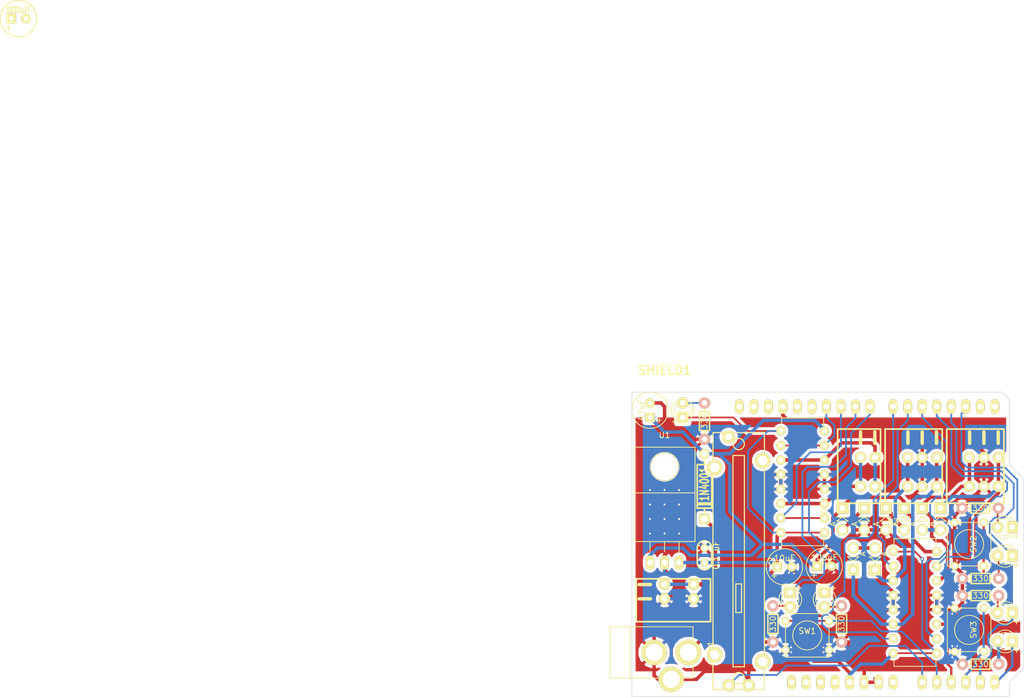
<source format=kicad_pcb>
(kicad_pcb (version 4) (host pcbnew "(2015-08-15 BZR 6092)-product")
  (layers (0 F.Cu signal) (31 B.Cu signal) (34 B.Paste user) (35 F.Paste user) (36 B.SilkS user) (37 F.SilkS user) (38 B.Mask user) (39 F.Mask user) (44 Edge.Cuts user))
  (net 0 "")
  (net 1 +5V)
  (net 2 GND)
  (net 3 +12V)
  (net 4 /MOT_A)
  (net 5 /MOT_B)
  (net 6 "Net-(D2-Pad2)")
  (net 7 "Net-(D5-Pad2)")
  (net 8 "Net-(D5-Pad1)")
  (net 9 /M_1)
  (net 10 "Net-(CON1-Pad1)")
  (net 11 "Net-(D8-Pad2)")
  (net 12 "Net-(D8-Pad1)")
  (net 13 "Net-(D9-Pad1)")
  (net 14 /TURN_1_B)
  (net 15 "Net-(C7-Pad1)")
  (net 16 "Net-(SHIELD1-PadAD3)")
  (net 17 "Net-(SHIELD1-PadAD2)")
  (net 18 "Net-(D10-Pad1)")
  (net 19 "Net-(D11-Pad1)")
  (net 20 "Net-(D12-Pad1)")
  (net 21 "Net-(D13-Pad1)")
  (net 22 "Net-(D13-Pad2)")
  (net 23 "Net-(D14-Pad1)")
  (net 24 "Net-(D14-Pad2)")
  (net 25 "Net-(D15-Pad1)")
  (net 26 "Net-(D15-Pad2)")
  (net 27 "Net-(D16-Pad1)")
  (net 28 "Net-(D16-Pad2)")
  (net 29 "Net-(D6-Pad1)")
  (net 30 "Net-(D10-Pad2)")
  (net 31 "Net-(D11-Pad2)")
  (net 32 /TURN_2_B)
  (net 33 /TURN_2_A)
  (net 34 /TURN_1_A)
  (net 35 /M_2)
  (net 36 "Net-(D3-Pad1)")
  (net 37 "Net-(SHIELD1-PadAD1)")
  (module freetronics_footprints:ARDUINO_SHIELD (layer F.Cu) (at 107.315 118.745)
    (fp_text reference SHIELD1 (at 5.715 -57.15) (layer F.SilkS) (effects (font (thickness 0.3048))))
    (fp_text value ARDUINO_SHIELD hide)
    (fp_line (start 66.04 -40.64) (end 66.04 -52.07) (layer Edge.Cuts) (width 0.1))
    (fp_line (start 66.04 -52.07) (end 64.77 -53.34) (layer Edge.Cuts) (width 0.1))
    (fp_line (start 64.77 -53.34) (end 0 -53.34) (layer Edge.Cuts) (width 0.1))
    (fp_line (start 66.04 0) (end 0 0) (layer Edge.Cuts) (width 0.1))
    (fp_line (start 0 0) (end 0 -53.34) (layer Edge.Cuts) (width 0.1))
    (fp_line (start 66.04 -40.64) (end 68.58 -38.1) (layer Edge.Cuts) (width 0.1))
    (fp_line (start 68.58 -38.1) (end 68.58 -5.08) (layer Edge.Cuts) (width 0.1))
    (fp_line (start 68.58 -5.08) (end 66.04 -2.54) (layer Edge.Cuts) (width 0.1))
    (fp_line (start 66.04 -2.54) (end 66.04 0) (layer Edge.Cuts) (width 0.1))
    (pad AD5 thru_hole oval (at 63.5 -2.54 90) (size 2.54 1.524) (drill 1.016) (layers *.Cu *.Mask F.SilkS) (net 28 "Net-(D16-Pad2)"))
    (pad AD4 thru_hole oval (at 60.96 -2.54 90) (size 2.54 1.524) (drill 1.016) (layers *.Cu *.Mask F.SilkS) (net 26 "Net-(D15-Pad2)"))
    (pad AD3 thru_hole oval (at 58.42 -2.54 90) (size 2.54 1.524) (drill 1.016) (layers *.Cu *.Mask F.SilkS) (net 16 "Net-(SHIELD1-PadAD3)"))
    (pad AD0 thru_hole oval (at 50.8 -2.54 90) (size 2.54 1.524) (drill 1.016) (layers *.Cu *.Mask F.SilkS) (net 15 "Net-(C7-Pad1)"))
    (pad AD1 thru_hole oval (at 53.34 -2.54 90) (size 2.54 1.524) (drill 1.016) (layers *.Cu *.Mask F.SilkS) (net 37 "Net-(SHIELD1-PadAD1)"))
    (pad AD2 thru_hole oval (at 55.88 -2.54 90) (size 2.54 1.524) (drill 1.016) (layers *.Cu *.Mask F.SilkS) (net 17 "Net-(SHIELD1-PadAD2)"))
    (pad V_IN thru_hole oval (at 45.72 -2.54 90) (size 2.54 1.524) (drill 1.016) (layers *.Cu *.Mask F.SilkS))
    (pad GND2 thru_hole oval (at 43.18 -2.54 90) (size 2.54 1.524) (drill 1.016) (layers *.Cu *.Mask F.SilkS) (net 2 GND))
    (pad GND1 thru_hole oval (at 40.64 -2.54 90) (size 2.54 1.524) (drill 1.016) (layers *.Cu *.Mask F.SilkS) (net 2 GND))
    (pad 3V3 thru_hole oval (at 35.56 -2.54 90) (size 2.54 1.524) (drill 1.016) (layers *.Cu *.Mask F.SilkS))
    (pad RST thru_hole oval (at 33.02 -2.54 90) (size 2.54 1.524) (drill 1.016) (layers *.Cu *.Mask F.SilkS))
    (pad 0 thru_hole oval (at 63.5 -50.8 90) (size 2.54 1.524) (drill 1.016) (layers *.Cu *.Mask F.SilkS))
    (pad 1 thru_hole oval (at 60.96 -50.8 90) (size 2.54 1.524) (drill 1.016) (layers *.Cu *.Mask F.SilkS))
    (pad 2 thru_hole oval (at 58.42 -50.8 90) (size 2.54 1.524) (drill 1.016) (layers *.Cu *.Mask F.SilkS) (net 22 "Net-(D13-Pad2)"))
    (pad 3 thru_hole oval (at 55.88 -50.8 90) (size 2.54 1.524) (drill 1.016) (layers *.Cu *.Mask F.SilkS) (net 24 "Net-(D14-Pad2)"))
    (pad 4 thru_hole oval (at 53.34 -50.8 90) (size 2.54 1.524) (drill 1.016) (layers *.Cu *.Mask F.SilkS) (net 34 /TURN_1_A))
    (pad 5 thru_hole oval (at 50.8 -50.8 90) (size 2.54 1.524) (drill 1.016) (layers *.Cu *.Mask F.SilkS) (net 14 /TURN_1_B))
    (pad 6 thru_hole oval (at 48.26 -50.8 90) (size 2.54 1.524) (drill 1.016) (layers *.Cu *.Mask F.SilkS) (net 33 /TURN_2_A))
    (pad 7 thru_hole oval (at 45.72 -50.8 90) (size 2.54 1.524) (drill 1.016) (layers *.Cu *.Mask F.SilkS) (net 32 /TURN_2_B))
    (pad 8 thru_hole oval (at 41.656 -50.8 90) (size 2.54 1.524) (drill 1.016) (layers *.Cu *.Mask F.SilkS) (net 30 "Net-(D10-Pad2)"))
    (pad 9 thru_hole oval (at 39.116 -50.8 90) (size 2.54 1.524) (drill 1.016) (layers *.Cu *.Mask F.SilkS) (net 31 "Net-(D11-Pad2)"))
    (pad 10 thru_hole oval (at 36.576 -50.8 90) (size 2.54 1.524) (drill 1.016) (layers *.Cu *.Mask F.SilkS) (net 5 /MOT_B))
    (pad 11 thru_hole oval (at 34.036 -50.8 90) (size 2.54 1.524) (drill 1.016) (layers *.Cu *.Mask F.SilkS) (net 4 /MOT_A))
    (pad 12 thru_hole oval (at 31.496 -50.8 90) (size 2.54 1.524) (drill 1.016) (layers *.Cu *.Mask F.SilkS))
    (pad 13 thru_hole oval (at 28.956 -50.8 90) (size 2.54 1.524) (drill 1.016) (layers *.Cu *.Mask F.SilkS))
    (pad GND3 thru_hole oval (at 26.416 -50.8 90) (size 2.54 1.524) (drill 1.016) (layers *.Cu *.Mask F.SilkS) (net 2 GND))
    (pad AREF thru_hole oval (at 23.876 -50.8 90) (size 2.54 1.524) (drill 1.016) (layers *.Cu *.Mask F.SilkS))
    (pad 5V thru_hole oval (at 38.1 -2.54 90) (size 2.54 1.524) (drill 1.016) (layers *.Cu *.Mask F.SilkS) (net 1 +5V))
    (pad SDA thru_hole oval (at 21.336 -50.8 90) (size 2.54 1.524) (drill 1.016) (layers *.Cu *.Mask F.SilkS))
    (pad SCL thru_hole oval (at 18.796 -50.8 90) (size 2.54 1.524) (drill 1.016) (layers *.Cu *.Mask F.SilkS))
    (pad IO_R thru_hole oval (at 30.48 -2.54 90) (size 2.54 1.524) (drill 1.016) (layers *.Cu *.Mask F.SilkS))
    (pad NC thru_hole oval (at 27.94 -2.54 90) (size 2.54 1.524) (drill 1.016) (layers *.Cu *.Mask F.SilkS))
  )
  (module Connect:BARREL_JACK (layer F.Cu) (at 111 111)
    (fp_text reference CON1 (at 10.09904 0 90) (layer F.SilkS))
    (fp_text value BARREL_JACK)
    (pad 1 thru_hole circle (at 6.20014 0) (size 4.445 4.445) (drill 2.99974) (layers *.Cu *.Mask F.SilkS) (net 10 "Net-(CON1-Pad1)"))
    (pad 2 thru_hole circle (at 0.20066 0) (size 4.445 4.445) (drill 2.99974) (layers *.Cu *.Mask F.SilkS) (net 2 GND))
    (pad 3 thru_hole circle (at 3.2004 4.699) (size 4.445 4.445) (drill 2.99974) (layers *.Cu *.Mask F.SilkS) (net 2 GND))
  )
  (module TO_SOT_Packages_THT:TO-220_Neutral123_Horizontal (layer F.Cu) (at 113.03 95.25)
    (fp_text reference U1 (at 0 -22.3012) (layer F.SilkS))
    (fp_text value 7805)
    (pad GND thru_hole oval (at 0 0 90) (size 2.49936 1.50114) (drill 1.00076) (layers *.Cu *.Mask F.SilkS) (net 2 GND))
    (pad VI thru_hole oval (at -2.54 0 90) (size 2.49936 1.50114) (drill 1.00076) (layers *.Cu *.Mask F.SilkS) (net 3 +12V))
    (pad VO thru_hole oval (at 2.54 0 90) (size 2.49936 1.50114) (drill 1.00076) (layers *.Cu *.Mask F.SilkS) (net 1 +5V))
    (pad "" np_thru_hole circle (at 0 -16.764 90) (size 3.79984 3.79984) (drill 3.79984) (layers *.Cu *.Mask F.SilkS))
  )
  (module myFootPrints:TERMx3 (layer F.Cu) (at 168.91 79.375 180)
    (fp_text reference P2 hide)
    (fp_text value TERMx3)
    (pad 3 thru_hole circle (at 2.54 2.54 180) (size 1.9812 1.9812) (drill 1.1) (layers *.Cu F.Paste F.SilkS F.Mask) (net 8 "Net-(D5-Pad1)"))
    (pad 2 thru_hole circle (at 0 2.54 180) (size 1.9812 1.9812) (drill 1.1) (layers *.Cu F.Paste F.SilkS F.Mask) (net 2 GND))
    (pad 1 thru_hole circle (at -2.54 2.54 180) (size 1.9812 1.9812) (drill 1.1) (layers *.Cu F.Paste F.SilkS F.Mask) (net 29 "Net-(D6-Pad1)"))
    (pad 3 thru_hole circle (at 2.54 -2.54 180) (size 1.9812 1.9812) (drill 1.1) (layers *.Cu F.Paste F.SilkS F.Mask) (net 8 "Net-(D5-Pad1)"))
    (pad 2 thru_hole circle (at 0 -2.54 180) (size 1.9812 1.9812) (drill 1.1) (layers *.Cu F.Paste F.SilkS F.Mask) (net 2 GND))
    (pad 1 thru_hole circle (at -2.54 -2.54 180) (size 1.9812 1.9812) (drill 1.1) (layers *.Cu F.Paste F.SilkS F.Mask) (net 29 "Net-(D6-Pad1)"))
  )
  (module Housings_DIP:DIP-16_W7.62mm (layer F.Cu) (at 141 90 180)
    (fp_text reference U2 (at 0 -5.22 180) (layer F.SilkS))
    (fp_text value L293D)
    (pad 1 thru_hole oval (at 0 0 180) (size 1.6 1.6) (drill 0.8) (layers *.Cu *.Mask F.SilkS) (net 1 +5V))
    (pad 2 thru_hole oval (at 0 2.54 180) (size 1.6 1.6) (drill 0.8) (layers *.Cu *.Mask F.SilkS) (net 5 /MOT_B))
    (pad 3 thru_hole oval (at 0 5.08 180) (size 1.6 1.6) (drill 0.8) (layers *.Cu *.Mask F.SilkS) (net 35 /M_2))
    (pad 4 thru_hole oval (at 0 7.62 180) (size 1.6 1.6) (drill 0.8) (layers *.Cu *.Mask F.SilkS) (net 2 GND))
    (pad 5 thru_hole oval (at 0 10.16 180) (size 1.6 1.6) (drill 0.8) (layers *.Cu *.Mask F.SilkS) (net 2 GND))
    (pad 6 thru_hole oval (at 0 12.7 180) (size 1.6 1.6) (drill 0.8) (layers *.Cu *.Mask F.SilkS) (net 9 /M_1))
    (pad 7 thru_hole oval (at 0 15.24 180) (size 1.6 1.6) (drill 0.8) (layers *.Cu *.Mask F.SilkS) (net 4 /MOT_A))
    (pad 8 thru_hole oval (at 0 17.78 180) (size 1.6 1.6) (drill 0.8) (layers *.Cu *.Mask F.SilkS) (net 3 +12V))
    (pad 9 thru_hole oval (at 7.62 17.78 180) (size 1.6 1.6) (drill 0.8) (layers *.Cu *.Mask F.SilkS) (net 1 +5V))
    (pad 10 thru_hole oval (at 7.62 15.24 180) (size 1.6 1.6) (drill 0.8) (layers *.Cu *.Mask F.SilkS) (net 4 /MOT_A))
    (pad 11 thru_hole oval (at 7.62 12.7 180) (size 1.6 1.6) (drill 0.8) (layers *.Cu *.Mask F.SilkS) (net 9 /M_1))
    (pad 12 thru_hole oval (at 7.62 10.16 180) (size 1.6 1.6) (drill 0.8) (layers *.Cu *.Mask F.SilkS) (net 2 GND))
    (pad 13 thru_hole oval (at 7.62 7.62 180) (size 1.6 1.6) (drill 0.8) (layers *.Cu *.Mask F.SilkS) (net 2 GND))
    (pad 14 thru_hole oval (at 7.62 5.08 180) (size 1.6 1.6) (drill 0.8) (layers *.Cu *.Mask F.SilkS) (net 35 /M_2))
    (pad 15 thru_hole oval (at 7.62 2.54 180) (size 1.6 1.6) (drill 0.8) (layers *.Cu *.Mask F.SilkS) (net 5 /MOT_B))
    (pad 16 thru_hole oval (at 7.62 0 180) (size 1.6 1.6) (drill 0.8) (layers *.Cu *.Mask F.SilkS) (net 1 +5V))
  )
  (module Housings_DIP:DIP-16_W7.62mm (layer F.Cu) (at 153.035 93.345)
    (fp_text reference U3 (at 0 -5.22) (layer F.SilkS))
    (fp_text value L293D)
    (pad 1 thru_hole oval (at 0 0) (size 1.6 1.6) (drill 0.8) (layers *.Cu *.Mask F.SilkS) (net 1 +5V))
    (pad 2 thru_hole oval (at 0 2.54) (size 1.6 1.6) (drill 0.8) (layers *.Cu *.Mask F.SilkS) (net 33 /TURN_2_A))
    (pad 3 thru_hole oval (at 0 5.08) (size 1.6 1.6) (drill 0.8) (layers *.Cu *.Mask F.SilkS) (net 12 "Net-(D8-Pad1)"))
    (pad 4 thru_hole oval (at 0 7.62) (size 1.6 1.6) (drill 0.8) (layers *.Cu *.Mask F.SilkS) (net 2 GND))
    (pad 5 thru_hole oval (at 0 10.16) (size 1.6 1.6) (drill 0.8) (layers *.Cu *.Mask F.SilkS) (net 2 GND))
    (pad 6 thru_hole oval (at 0 12.7) (size 1.6 1.6) (drill 0.8) (layers *.Cu *.Mask F.SilkS) (net 13 "Net-(D9-Pad1)"))
    (pad 7 thru_hole oval (at 0 15.24) (size 1.6 1.6) (drill 0.8) (layers *.Cu *.Mask F.SilkS) (net 32 /TURN_2_B))
    (pad 8 thru_hole oval (at 0 17.78) (size 1.6 1.6) (drill 0.8) (layers *.Cu *.Mask F.SilkS) (net 1 +5V))
    (pad 9 thru_hole oval (at 7.62 17.78) (size 1.6 1.6) (drill 0.8) (layers *.Cu *.Mask F.SilkS) (net 1 +5V))
    (pad 10 thru_hole oval (at 7.62 15.24) (size 1.6 1.6) (drill 0.8) (layers *.Cu *.Mask F.SilkS) (net 14 /TURN_1_B))
    (pad 11 thru_hole oval (at 7.62 12.7) (size 1.6 1.6) (drill 0.8) (layers *.Cu *.Mask F.SilkS) (net 29 "Net-(D6-Pad1)"))
    (pad 12 thru_hole oval (at 7.62 10.16) (size 1.6 1.6) (drill 0.8) (layers *.Cu *.Mask F.SilkS) (net 2 GND))
    (pad 13 thru_hole oval (at 7.62 7.62) (size 1.6 1.6) (drill 0.8) (layers *.Cu *.Mask F.SilkS) (net 2 GND))
    (pad 14 thru_hole oval (at 7.62 5.08) (size 1.6 1.6) (drill 0.8) (layers *.Cu *.Mask F.SilkS) (net 8 "Net-(D5-Pad1)"))
    (pad 15 thru_hole oval (at 7.62 2.54) (size 1.6 1.6) (drill 0.8) (layers *.Cu *.Mask F.SilkS) (net 34 /TURN_1_A))
    (pad 16 thru_hole oval (at 7.62 0) (size 1.6 1.6) (drill 0.8) (layers *.Cu *.Mask F.SilkS) (net 3 +12V))
  )
  (module myFootPrints:C1 (layer F.Cu) (at 120.015 93.98 90)
    (fp_text reference C1 hide)
    (fp_text value "0.1 uF" (at 0 2.032 90) (layer F.SilkS) (effects (font (size 1.016 1.016) (thickness 0.1778))))
    (pad 1 thru_hole circle (at -1.27 0 90) (size 1.397 1.397) (drill 0.8128) (layers *.Cu *.Mask F.SilkS) (net 1 +5V))
    (pad 2 thru_hole circle (at 1.27 0 90) (size 1.397 1.397) (drill 0.8128) (layers *.Cu *.Mask F.SilkS) (net 2 GND))
  )
  (module myFootPrints:C2 (layer F.Cu) (at 110.49 68.58 90)
    (fp_text reference C2 hide)
    (fp_text value 47uF (at 0 -1.524 90) (layer F.SilkS))
    (fp_text user + (at -1.778 1.524 90) (layer F.SilkS))
    (pad 1 thru_hole rect (at -1.27 0 90) (size 1.651 1.651) (drill 0.8128) (layers *.Cu *.Mask F.SilkS) (net 3 +12V))
    (pad 2 thru_hole circle (at 1.27 0 90) (size 1.651 1.651) (drill 0.8128) (layers *.Cu *.Mask F.SilkS) (net 2 GND))
  )
  (module myFootPrints:C2 (layer F.Cu) (at 140.97 95.885)
    (fp_text reference C3 hide)
    (fp_text value 100uF (at 0 -1.524) (layer F.SilkS))
    (fp_text user + (at -1.778 1.524) (layer F.SilkS))
    (pad 1 thru_hole rect (at -1.27 0) (size 1.651 1.651) (drill 0.8128) (layers *.Cu *.Mask F.SilkS) (net 3 +12V))
    (pad 2 thru_hole circle (at 1.27 0) (size 1.651 1.651) (drill 0.8128) (layers *.Cu *.Mask F.SilkS) (net 2 GND))
  )
  (module myFootPrints:C2 (layer F.Cu) (at 134 96)
    (fp_text reference C4 hide)
    (fp_text value 10uF (at 0 -1.524) (layer F.SilkS))
    (fp_text user + (at -1.778 1.524) (layer F.SilkS))
    (pad 1 thru_hole rect (at -1.27 0) (size 1.651 1.651) (drill 0.8128) (layers *.Cu *.Mask F.SilkS) (net 1 +5V))
    (pad 2 thru_hole circle (at 1.27 0) (size 1.651 1.651) (drill 0.8128) (layers *.Cu *.Mask F.SilkS) (net 2 GND))
  )
  (module myFootPrints:TERMx2 (layer F.Cu) (at 147.32 79.375 180)
    (fp_text reference P1 hide)
    (fp_text value TERM_2)
    (pad 2 thru_hole circle (at 0 2.54 180) (size 1.9812 1.9812) (drill 1.1) (layers *.Cu F.Paste F.SilkS F.Mask) (net 35 /M_2))
    (pad 1 thru_hole circle (at -2.54 2.54 180) (size 1.9812 1.9812) (drill 1.1) (layers *.Cu F.Paste F.SilkS F.Mask) (net 9 /M_1))
    (pad 2 thru_hole circle (at 0 -2.54 180) (size 1.9812 1.9812) (drill 1.1) (layers *.Cu F.Paste F.SilkS F.Mask) (net 35 /M_2))
    (pad 1 thru_hole circle (at -2.54 -2.54 180) (size 1.9812 1.9812) (drill 1.1) (layers *.Cu F.Paste F.SilkS F.Mask) (net 9 /M_1))
  )
  (module myFootPrints:TERMx2 (layer F.Cu) (at 115.57 101.6 270)
    (fp_text reference P3 hide)
    (fp_text value TERM_2)
    (pad 2 thru_hole circle (at 0 2.54 270) (size 1.9812 1.9812) (drill 1.1) (layers *.Cu F.Paste F.SilkS F.Mask) (net 2 GND))
    (pad 1 thru_hole circle (at -2.54 2.54 270) (size 1.9812 1.9812) (drill 1.1) (layers *.Cu F.Paste F.SilkS F.Mask) (net 10 "Net-(CON1-Pad1)"))
    (pad 2 thru_hole circle (at 0 -2.54 270) (size 1.9812 1.9812) (drill 1.1) (layers *.Cu F.Paste F.SilkS F.Mask) (net 2 GND))
    (pad 1 thru_hole circle (at -2.54 -2.54 270) (size 1.9812 1.9812) (drill 1.1) (layers *.Cu F.Paste F.SilkS F.Mask) (net 10 "Net-(CON1-Pad1)"))
  )
  (module myFootPrints:TERMx3 (layer F.Cu) (at 158.115 79.375 180)
    (fp_text reference P4 hide)
    (fp_text value TERMx3)
    (pad 3 thru_hole circle (at 2.54 2.54 180) (size 1.9812 1.9812) (drill 1.1) (layers *.Cu F.Paste F.SilkS F.Mask) (net 12 "Net-(D8-Pad1)"))
    (pad 2 thru_hole circle (at 0 2.54 180) (size 1.9812 1.9812) (drill 1.1) (layers *.Cu F.Paste F.SilkS F.Mask) (net 2 GND))
    (pad 1 thru_hole circle (at -2.54 2.54 180) (size 1.9812 1.9812) (drill 1.1) (layers *.Cu F.Paste F.SilkS F.Mask) (net 13 "Net-(D9-Pad1)"))
    (pad 3 thru_hole circle (at 2.54 -2.54 180) (size 1.9812 1.9812) (drill 1.1) (layers *.Cu F.Paste F.SilkS F.Mask) (net 12 "Net-(D8-Pad1)"))
    (pad 2 thru_hole circle (at 0 -2.54 180) (size 1.9812 1.9812) (drill 1.1) (layers *.Cu F.Paste F.SilkS F.Mask) (net 2 GND))
    (pad 1 thru_hole circle (at -2.54 -2.54 180) (size 1.9812 1.9812) (drill 1.1) (layers *.Cu F.Paste F.SilkS F.Mask) (net 13 "Net-(D9-Pad1)"))
  )
  (module myFootPrints:BOURNS-PTA3043_30mm-slide-pot (layer F.Cu) (at 126 95 90)
    (fp_text reference C7 (at 0 5.715 90) (layer F.SilkS) (effects (font (size 0.762 0.762) (thickness 0.1524))))
    (fp_text value CTRIM hide)
    (pad 1 thru_hole circle (at -21.75 -1.75 90) (size 2.2 2.2) (drill 1.2) (layers *.Cu *.Mask F.SilkS) (net 15 "Net-(C7-Pad1)"))
    (pad 2 thru_hole circle (at -21.75 1.75 90) (size 2.2 2.2) (drill 1.2) (layers *.Cu *.Mask F.SilkS) (net 2 GND))
    (pad 3 thru_hole circle (at 21.75 -1.75 90) (size 2.2 2.2) (drill 1.2) (layers *.Cu *.Mask F.SilkS))
    (pad "" thru_hole circle (at -16.4 -4.2 90) (size 2.7 2.7) (drill 1.7) (layers *.Cu *.Mask F.SilkS))
    (pad "" thru_hole circle (at 16.4 -4.2 90) (size 2.7 2.7) (drill 1.7) (layers *.Cu *.Mask F.SilkS))
    (pad "" thru_hole circle (at -17.6 4.2 90) (size 2.7 2.7) (drill 1.7) (layers *.Cu *.Mask F.SilkS))
    (pad "" thru_hole circle (at 17.6 4.2 90) (size 2.7 2.7) (drill 1.7) (layers *.Cu *.Mask F.SilkS))
  )
  (module myFootPrints:Resistor_Horz (layer F.Cu) (at 144 106 90)
    (fp_text reference R5)
    (fp_text value 330 (at 0 0 90) (layer F.SilkS))
    (pad 1 thru_hole circle (at -3.175 0 90) (size 1.99898 1.99898) (drill 1.00076) (layers *.Cu *.SilkS *.Mask) (net 2 GND))
    (pad 2 thru_hole circle (at 3.175 0 90) (size 1.99898 1.99898) (drill 1.00076) (layers *.Cu *.SilkS *.Mask) (net 18 "Net-(D10-Pad1)"))
  )
  (module myFootPrints:Resistor_Horz (layer F.Cu) (at 132 106 90)
    (fp_text reference R6)
    (fp_text value 330 (at 0 0 90) (layer F.SilkS))
    (pad 1 thru_hole circle (at -3.175 0 90) (size 1.99898 1.99898) (drill 1.00076) (layers *.Cu *.SilkS *.Mask) (net 2 GND))
    (pad 2 thru_hole circle (at 3.175 0 90) (size 1.99898 1.99898) (drill 1.00076) (layers *.Cu *.SilkS *.Mask) (net 19 "Net-(D11-Pad1)"))
  )
  (module Buttons_Switches_ThroughHole:SW_PUSH_SMALL (layer F.Cu) (at 138 108)
    (fp_text reference SW1 (at 0 -0.762) (layer F.SilkS))
    (fp_text value SW_PUSHBUTTON)
    (pad 1 thru_hole circle (at 3.81 -2.54) (size 1.397 1.397) (drill 0.8128) (layers *.Cu *.Mask F.SilkS) (net 37 "Net-(SHIELD1-PadAD1)"))
    (pad 2 thru_hole circle (at 3.81 2.54) (size 1.397 1.397) (drill 0.8128) (layers *.Cu *.Mask F.SilkS) (net 2 GND))
    (pad 1 thru_hole circle (at -3.81 -2.54) (size 1.397 1.397) (drill 0.8128) (layers *.Cu *.Mask F.SilkS) (net 37 "Net-(SHIELD1-PadAD1)"))
    (pad 2 thru_hole circle (at -3.81 2.54) (size 1.397 1.397) (drill 0.8128) (layers *.Cu *.Mask F.SilkS) (net 2 GND))
  )
  (module myFootPrints:Resistor_Horz (layer F.Cu) (at 120.015 70.485 90)
    (fp_text reference R1)
    (fp_text value 330 (at 0 0 90) (layer F.SilkS))
    (pad 1 thru_hole circle (at -3.175 0 90) (size 1.99898 1.99898) (drill 1.00076) (layers *.Cu *.SilkS *.Mask) (net 2 GND))
    (pad 2 thru_hole circle (at 3.175 0 90) (size 1.99898 1.99898) (drill 1.00076) (layers *.Cu *.SilkS *.Mask) (net 20 "Net-(D12-Pad1)"))
  )
  (module myFootPrints:Resistor_Horz (layer F.Cu) (at 168.275 85.725)
    (fp_text reference R2)
    (fp_text value 330 (at 0 0) (layer F.SilkS))
    (pad 1 thru_hole circle (at -3.175 0) (size 1.99898 1.99898) (drill 1.00076) (layers *.Cu *.SilkS *.Mask) (net 2 GND))
    (pad 2 thru_hole circle (at 3.175 0) (size 1.99898 1.99898) (drill 1.00076) (layers *.Cu *.SilkS *.Mask) (net 21 "Net-(D13-Pad1)"))
  )
  (module myFootPrints:Resistor_Horz (layer F.Cu) (at 168.32 98.04)
    (fp_text reference R3)
    (fp_text value 330 (at 0 0) (layer F.SilkS))
    (pad 1 thru_hole circle (at -3.175 0) (size 1.99898 1.99898) (drill 1.00076) (layers *.Cu *.SilkS *.Mask) (net 2 GND))
    (pad 2 thru_hole circle (at 3.175 0) (size 1.99898 1.99898) (drill 1.00076) (layers *.Cu *.SilkS *.Mask) (net 23 "Net-(D14-Pad1)"))
  )
  (module myFootPrints:Resistor_Horz (layer F.Cu) (at 168.32 101.04)
    (fp_text reference R4)
    (fp_text value 330 (at 0 0) (layer F.SilkS))
    (pad 1 thru_hole circle (at -3.175 0) (size 1.99898 1.99898) (drill 1.00076) (layers *.Cu *.SilkS *.Mask) (net 2 GND))
    (pad 2 thru_hole circle (at 3.175 0) (size 1.99898 1.99898) (drill 1.00076) (layers *.Cu *.SilkS *.Mask) (net 25 "Net-(D15-Pad1)"))
  )
  (module myFootPrints:Resistor_Horz (layer F.Cu) (at 168.32 113.04)
    (fp_text reference R7)
    (fp_text value 330 (at 0 0) (layer F.SilkS))
    (pad 1 thru_hole circle (at -3.175 0) (size 1.99898 1.99898) (drill 1.00076) (layers *.Cu *.SilkS *.Mask) (net 2 GND))
    (pad 2 thru_hole circle (at 3.175 0) (size 1.99898 1.99898) (drill 1.00076) (layers *.Cu *.SilkS *.Mask) (net 27 "Net-(D16-Pad1)"))
  )
  (module Buttons_Switches_ThroughHole:SW_PUSH_SMALL (layer F.Cu) (at 166.32 92.04 270)
    (fp_text reference SW2 (at 0 -0.762 270) (layer F.SilkS))
    (fp_text value SW_PUSHBUTTON)
    (pad 1 thru_hole circle (at 3.81 -2.54 270) (size 1.397 1.397) (drill 0.8128) (layers *.Cu *.Mask F.SilkS) (net 17 "Net-(SHIELD1-PadAD2)"))
    (pad 2 thru_hole circle (at 3.81 2.54 270) (size 1.397 1.397) (drill 0.8128) (layers *.Cu *.Mask F.SilkS) (net 2 GND))
    (pad 1 thru_hole circle (at -3.81 -2.54 270) (size 1.397 1.397) (drill 0.8128) (layers *.Cu *.Mask F.SilkS) (net 17 "Net-(SHIELD1-PadAD2)"))
    (pad 2 thru_hole circle (at -3.81 2.54 270) (size 1.397 1.397) (drill 0.8128) (layers *.Cu *.Mask F.SilkS) (net 2 GND))
  )
  (module Buttons_Switches_ThroughHole:SW_PUSH_SMALL (layer F.Cu) (at 166.32 107.04 270)
    (fp_text reference SW3 (at 0 -0.762 270) (layer F.SilkS))
    (fp_text value SW_PUSHBUTTON)
    (pad 1 thru_hole circle (at 3.81 -2.54 270) (size 1.397 1.397) (drill 0.8128) (layers *.Cu *.Mask F.SilkS) (net 16 "Net-(SHIELD1-PadAD3)"))
    (pad 2 thru_hole circle (at 3.81 2.54 270) (size 1.397 1.397) (drill 0.8128) (layers *.Cu *.Mask F.SilkS) (net 2 GND))
    (pad 1 thru_hole circle (at -3.81 -2.54 270) (size 1.397 1.397) (drill 0.8128) (layers *.Cu *.Mask F.SilkS) (net 16 "Net-(SHIELD1-PadAD3)"))
    (pad 2 thru_hole circle (at -3.81 2.54 270) (size 1.397 1.397) (drill 0.8128) (layers *.Cu *.Mask F.SilkS) (net 2 GND))
  )
  (module Diodes_ThroughHole:Diode_DO-41_SOD81_Vertical_AnodeUp (layer F.Cu) (at 144.145 85.725 270)
    (fp_text reference D2 (at 0 3.175 270) (layer F.SilkS))
    (fp_text value 1N4001)
    (fp_text user A (at 2.794 1.651 270) (layer F.SilkS))
    (pad 2 thru_hole circle (at 3.81 0 270) (size 1.99898 1.99898) (drill 1.27) (layers *.Cu *.Mask F.SilkS) (net 6 "Net-(D2-Pad2)"))
    (pad 1 thru_hole rect (at 0 0 270) (size 1.99898 1.99898) (drill 1.00076) (layers *.Cu *.Mask F.SilkS) (net 3 +12V))
  )
  (module Diodes_ThroughHole:Diode_DO-41_SOD81_Vertical_AnodeUp (layer F.Cu) (at 151.765 85.725 270)
    (fp_text reference D3 (at 0 3.175 270) (layer F.SilkS))
    (fp_text value 1N4001)
    (fp_text user A (at 2.794 1.651 270) (layer F.SilkS))
    (pad 2 thru_hole circle (at 3.81 0 270) (size 1.99898 1.99898) (drill 1.27) (layers *.Cu *.Mask F.SilkS) (net 2 GND))
    (pad 1 thru_hole rect (at 0 0 270) (size 1.99898 1.99898) (drill 1.00076) (layers *.Cu *.Mask F.SilkS) (net 36 "Net-(D3-Pad1)"))
  )
  (module Diodes_ThroughHole:Diode_DO-41_SOD81_Vertical_AnodeUp (layer F.Cu) (at 146.05 96.52 90)
    (fp_text reference D9 (at 0 3.175 90) (layer F.SilkS))
    (fp_text value 1N4001)
    (fp_text user A (at 2.794 1.651 90) (layer F.SilkS))
    (pad 2 thru_hole circle (at 3.81 0 90) (size 1.99898 1.99898) (drill 1.27) (layers *.Cu *.Mask F.SilkS) (net 11 "Net-(D8-Pad2)"))
    (pad 1 thru_hole rect (at 0 0 90) (size 1.99898 1.99898) (drill 1.00076) (layers *.Cu *.Mask F.SilkS) (net 13 "Net-(D9-Pad1)"))
  )
  (module Diodes_ThroughHole:Diode_DO-41_SOD81_Vertical_AnodeUp (layer F.Cu) (at 149.86 96.52 90)
    (fp_text reference D8 (at 0 3.175 90) (layer F.SilkS))
    (fp_text value 1N4001)
    (fp_text user A (at 2.794 1.651 90) (layer F.SilkS))
    (pad 2 thru_hole circle (at 3.81 0 90) (size 1.99898 1.99898) (drill 1.27) (layers *.Cu *.Mask F.SilkS) (net 11 "Net-(D8-Pad2)"))
    (pad 1 thru_hole rect (at 0 0 90) (size 1.99898 1.99898) (drill 1.00076) (layers *.Cu *.Mask F.SilkS) (net 12 "Net-(D8-Pad1)"))
  )
  (module Diodes_ThroughHole:Diode_DO-41_SOD81_Vertical_AnodeUp (layer F.Cu) (at 161.29 85.725 270)
    (fp_text reference D6 (at 0 3.175 270) (layer F.SilkS))
    (fp_text value 1N4001)
    (fp_text user A (at 2.794 1.651 270) (layer F.SilkS))
    (pad 2 thru_hole circle (at 3.81 0 270) (size 1.99898 1.99898) (drill 1.27) (layers *.Cu *.Mask F.SilkS) (net 7 "Net-(D5-Pad2)"))
    (pad 1 thru_hole rect (at 0 0 270) (size 1.99898 1.99898) (drill 1.00076) (layers *.Cu *.Mask F.SilkS) (net 29 "Net-(D6-Pad1)"))
  )
  (module Diodes_ThroughHole:Diode_DO-41_SOD81_Vertical_AnodeUp (layer F.Cu) (at 158.115 85.725 270)
    (fp_text reference D5 (at 0 3.175 270) (layer F.SilkS))
    (fp_text value 1N4001)
    (fp_text user A (at 2.794 1.651 270) (layer F.SilkS))
    (pad 2 thru_hole circle (at 3.81 0 270) (size 1.99898 1.99898) (drill 1.27) (layers *.Cu *.Mask F.SilkS) (net 7 "Net-(D5-Pad2)"))
    (pad 1 thru_hole rect (at 0 0 270) (size 1.99898 1.99898) (drill 1.00076) (layers *.Cu *.Mask F.SilkS) (net 8 "Net-(D5-Pad1)"))
  )
  (module Diodes_ThroughHole:Diode_DO-41_SOD81_Vertical_AnodeUp (layer F.Cu) (at 147.955 85.725 270)
    (fp_text reference D4 (at 0 3.175 270) (layer F.SilkS))
    (fp_text value 1N4001)
    (fp_text user A (at 2.794 1.651 270) (layer F.SilkS))
    (pad 2 thru_hole circle (at 3.81 0 270) (size 1.99898 1.99898) (drill 1.27) (layers *.Cu *.Mask F.SilkS) (net 2 GND))
    (pad 1 thru_hole rect (at 0 0 270) (size 1.99898 1.99898) (drill 1.00076) (layers *.Cu *.Mask F.SilkS) (net 6 "Net-(D2-Pad2)"))
  )
  (module Diodes_ThroughHole:Diode_DO-41_SOD81_Vertical_AnodeUp (layer F.Cu) (at 154.94 85.725 270)
    (fp_text reference D7 (at 0 3.175 270) (layer F.SilkS))
    (fp_text value 1N4001)
    (fp_text user A (at 2.794 1.651 270) (layer F.SilkS))
    (pad 2 thru_hole circle (at 3.81 0 270) (size 1.99898 1.99898) (drill 1.27) (layers *.Cu *.Mask F.SilkS) (net 36 "Net-(D3-Pad1)"))
    (pad 1 thru_hole rect (at 0 0 270) (size 1.99898 1.99898) (drill 1.00076) (layers *.Cu *.Mask F.SilkS) (net 3 +12V))
  )
  (module myFootPrints:1N4001 (layer F.Cu) (at 120.015 82.55 270)
    (fp_text reference D1 hide)
    (fp_text value 1N4001 (at -1.016 0 270) (layer F.SilkS) (effects (font (size 1.524 1.016) (thickness 0.254))))
    (pad 1 thru_hole circle (at -6.35 0 270) (size 1.778 1.778) (drill 1.143) (layers *.Cu *.Mask F.SilkS) (net 3 +12V))
    (pad 2 thru_hole rect (at 5.08 0 270) (size 1.778 1.778) (drill 1.143) (layers *.Cu *.Mask F.SilkS) (net 10 "Net-(CON1-Pad1)"))
  )
  (module myFootPrints:LED-3MM (layer F.Cu) (at 141 103 90)
    (fp_text reference D10 hide)
    (fp_text value LED)
    (fp_text user + (at 3.302 1.524 90) (layer F.SilkS))
    (pad 1 thru_hole circle (at 0 0 180) (size 2 2) (drill 1.00076) (layers *.Cu *.Mask F.SilkS) (net 18 "Net-(D10-Pad1)"))
    (pad 2 thru_hole rect (at 2.54 0 90) (size 2 2) (drill 1.00076) (layers *.Cu *.Mask F.SilkS) (net 30 "Net-(D10-Pad2)"))
  )
  (module myFootPrints:LED-3MM (layer F.Cu) (at 135 103 90)
    (fp_text reference D11 hide)
    (fp_text value LED)
    (fp_text user + (at 3.302 1.524 90) (layer F.SilkS))
    (pad 1 thru_hole circle (at 0 0 180) (size 2 2) (drill 1.00076) (layers *.Cu *.Mask F.SilkS) (net 19 "Net-(D11-Pad1)"))
    (pad 2 thru_hole rect (at 2.54 0 90) (size 2 2) (drill 1.00076) (layers *.Cu *.Mask F.SilkS) (net 31 "Net-(D11-Pad2)"))
  )
  (module myFootPrints:LED-3MM (layer F.Cu) (at 116.205 67.31 270)
    (fp_text reference D12 hide)
    (fp_text value LED)
    (fp_text user + (at 3.302 1.524 270) (layer F.SilkS))
    (pad 1 thru_hole circle (at 0 0) (size 2 2) (drill 1.00076) (layers *.Cu *.Mask F.SilkS) (net 20 "Net-(D12-Pad1)"))
    (pad 2 thru_hole rect (at 2.54 0 270) (size 2 2) (drill 1.00076) (layers *.Cu *.Mask F.SilkS) (net 1 +5V))
  )
  (module myFootPrints:LED-3MM (layer F.Cu) (at 171.32 89.04)
    (fp_text reference D13 hide)
    (fp_text value LED)
    (fp_text user + (at 3.302 1.524) (layer F.SilkS))
    (pad 1 thru_hole circle (at 0 0 90) (size 2 2) (drill 1.00076) (layers *.Cu *.Mask F.SilkS) (net 21 "Net-(D13-Pad1)"))
    (pad 2 thru_hole rect (at 2.54 0) (size 2 2) (drill 1.00076) (layers *.Cu *.Mask F.SilkS) (net 22 "Net-(D13-Pad2)"))
  )
  (module myFootPrints:LED-3MM (layer F.Cu) (at 171.32 94.04)
    (fp_text reference D14 hide)
    (fp_text value LED)
    (fp_text user + (at 3.302 1.524) (layer F.SilkS))
    (pad 1 thru_hole circle (at 0 0 90) (size 2 2) (drill 1.00076) (layers *.Cu *.Mask F.SilkS) (net 23 "Net-(D14-Pad1)"))
    (pad 2 thru_hole rect (at 2.54 0) (size 2 2) (drill 1.00076) (layers *.Cu *.Mask F.SilkS) (net 24 "Net-(D14-Pad2)"))
  )
  (module myFootPrints:LED-3MM (layer F.Cu) (at 171.32 104.04)
    (fp_text reference D15 hide)
    (fp_text value LED)
    (fp_text user + (at 3.302 1.524) (layer F.SilkS))
    (pad 1 thru_hole circle (at 0 0 90) (size 2 2) (drill 1.00076) (layers *.Cu *.Mask F.SilkS) (net 25 "Net-(D15-Pad1)"))
    (pad 2 thru_hole rect (at 2.54 0) (size 2 2) (drill 1.00076) (layers *.Cu *.Mask F.SilkS) (net 26 "Net-(D15-Pad2)"))
  )
  (module myFootPrints:LED-3MM (layer F.Cu) (at 171.32 109.04)
    (fp_text reference D16 hide)
    (fp_text value LED)
    (fp_text user + (at 3.302 1.524) (layer F.SilkS))
    (pad 1 thru_hole circle (at 0 0 90) (size 2 2) (drill 1.00076) (layers *.Cu *.Mask F.SilkS) (net 27 "Net-(D16-Pad1)"))
    (pad 2 thru_hole rect (at 2.54 0) (size 2 2) (drill 1.00076) (layers *.Cu *.Mask F.SilkS) (net 28 "Net-(D16-Pad2)"))
  )
  (module myFootPrints:C2 (layer F.Cu) (at 0 0)
    (fp_text reference C5 hide)
    (fp_text value 100uF (at 0 -1.524) (layer F.SilkS))
    (fp_text user + (at -1.778 1.524) (layer F.SilkS))
    (pad 1 thru_hole rect (at -1.27 0) (size 1.651 1.651) (drill 0.8128) (layers *.Cu *.Mask F.SilkS) (net 3 +12V))
    (pad 2 thru_hole circle (at 1.27 0) (size 1.651 1.651) (drill 0.8128) (layers *.Cu *.Mask F.SilkS) (net 2 GND))
  )
  (module myFootPrints:C2 (layer F.Cu) (at 0 0)
    (fp_text reference C6 hide)
    (fp_text value 10uF (at 0 -1.524) (layer F.SilkS))
    (fp_text user + (at -1.778 1.524) (layer F.SilkS))
    (pad 1 thru_hole rect (at -1.27 0) (size 1.651 1.651) (drill 0.8128) (layers *.Cu *.Mask F.SilkS) (net 1 +5V))
    (pad 2 thru_hole circle (at 1.27 0) (size 1.651 1.651) (drill 0.8128) (layers *.Cu *.Mask F.SilkS) (net 2 GND))
  )
  (segment (start 153.035 93.345) (end 156.845 93.345) (width 0.3048) (layer F.Cu) (net 1))
  (segment (start 158.115 108.585) (end 160.655 111.125) (width 0.3048) (layer B.Cu) (net 1))
  (segment (start 158.115 94.615) (end 158.115 108.585) (width 0.3048) (layer B.Cu) (net 1))
  (via (at 158.115 94.615) (size 0.635) (drill 0.3302) (layers F.Cu B.Cu) (net 1))
  (segment (start 156.845 93.345) (end 158.115 94.615) (width 0.3048) (layer F.Cu) (net 1))
  (segment (start 139.192 112.522) (end 143.383 112.522) (width 0.6096) (layer F.Cu) (net 1))
  (segment (start 139.192 112.522) (end 133.985 107.315) (width 0.6096) (layer F.Cu) (net 1))
  (segment (start 133.985 107.315) (end 128.905 107.315) (width 0.6096) (layer F.Cu) (net 1))
  (segment (start 128.905 107.315) (end 128.27 106.68) (width 0.6096) (layer F.Cu) (net 1))
  (segment (start 128.27 106.68) (end 128.27 100.46) (width 0.6096) (layer F.Cu) (net 1))
  (segment (start 132.73 96) (end 128.27 100.46) (width 0.6096) (layer F.Cu) (net 1))
  (segment (start 145.415 114.554) (end 145.415 116.205) (width 0.6096) (layer F.Cu) (net 1))
  (segment (start 143.383 112.522) (end 145.415 114.554) (width 0.6096) (layer F.Cu) (net 1))
  (segment (start 116.205 69.85) (end 125.095 69.85) (width 0.3048) (layer F.Cu) (net 1))
  (segment (start 127.465 72.22) (end 133.38 72.22) (width 0.3048) (layer F.Cu) (net 1))
  (segment (start 125.095 69.85) (end 127.465 72.22) (width 0.3048) (layer F.Cu) (net 1))
  (segment (start 120.015 95.25) (end 131.98 95.25) (width 0.6096) (layer B.Cu) (net 1))
  (segment (start 131.98 95.25) (end 132.73 96) (width 0.6096) (layer B.Cu) (net 1))
  (segment (start 115.57 95.25) (end 120.015 95.25) (width 0.6096) (layer B.Cu) (net 1))
  (segment (start 133.38 90) (end 131.91 90) (width 0.3048) (layer B.Cu) (net 1))
  (segment (start 131.107 72.22) (end 133.38 72.22) (width 0.3048) (layer B.Cu) (net 1))
  (segment (start 127.635 75.692) (end 131.107 72.22) (width 0.3048) (layer B.Cu) (net 1))
  (segment (start 127.635 85.725) (end 127.635 75.692) (width 0.3048) (layer B.Cu) (net 1))
  (segment (start 131.91 90) (end 127.635 85.725) (width 0.3048) (layer B.Cu) (net 1))
  (segment (start 133.38 90) (end 133.053 90) (width 0.3048) (layer F.Cu) (net 1))
  (segment (start 132.73 96) (end 132.73 90.65) (width 0.6096) (layer F.Cu) (net 1))
  (segment (start 132.73 90.65) (end 133.38 90) (width 0.6096) (layer F.Cu) (net 1))
  (segment (start 153.035 111.125) (end 160.655 111.125) (width 0.3048) (layer F.Cu) (net 1))
  (segment (start 133.38 90) (end 141 90) (width 0.3048) (layer F.Cu) (net 1))
  (segment (start 132.21 96.52) (end 132.73 96) (width 0.6096) (layer F.Cu) (net 1))
  (segment (start 145.415 116.205) (end 145.415 114.935) (width 0.6096) (layer B.Cu) (net 1))
  (segment (start 145.415 114.935) (end 147.32 113.03) (width 0.6096) (layer B.Cu) (net 1))
  (segment (start 151.13 113.03) (end 153.035 111.125) (width 0.6096) (layer B.Cu) (net 1))
  (segment (start 147.32 113.03) (end 151.13 113.03) (width 0.6096) (layer B.Cu) (net 1))
  (via (at 110.49 90.17) (size 0.635) (drill 0.3302) (layers F.Cu B.Cu) (net 2))
  (via (at 115.57 90.17) (size 0.635) (drill 0.3302) (layers F.Cu B.Cu) (net 2))
  (segment (start 115.57 90.17) (end 113.03 90.17) (width 0.6096) (layer B.Cu) (net 2))
  (via (at 113.03 90.17) (size 0.635) (drill 0.3302) (layers F.Cu B.Cu) (net 2))
  (segment (start 113.03 90.17) (end 110.49 90.17) (width 0.6096) (layer F.Cu) (net 2))
  (segment (start 117.475 90.17) (end 115.57 90.17) (width 0.6096) (layer F.Cu) (net 2))
  (via (at 115.57 82.55) (size 0.635) (drill 0.3302) (layers F.Cu B.Cu) (net 2))
  (segment (start 113.03 82.55) (end 115.57 82.55) (width 0.6096) (layer B.Cu) (net 2))
  (via (at 113.03 82.55) (size 0.635) (drill 0.3302) (layers F.Cu B.Cu) (net 2))
  (segment (start 110.49 82.55) (end 113.03 82.55) (width 0.6096) (layer F.Cu) (net 2))
  (via (at 110.49 82.55) (size 0.635) (drill 0.3302) (layers F.Cu B.Cu) (net 2))
  (segment (start 110.49 85.09) (end 110.49 82.55) (width 0.6096) (layer B.Cu) (net 2))
  (via (at 110.49 85.09) (size 0.635) (drill 0.3302) (layers F.Cu B.Cu) (net 2))
  (segment (start 113.03 85.09) (end 110.49 85.09) (width 0.6096) (layer F.Cu) (net 2))
  (via (at 113.03 85.09) (size 0.635) (drill 0.3302) (layers F.Cu B.Cu) (net 2))
  (segment (start 115.57 85.09) (end 113.03 85.09) (width 0.6096) (layer B.Cu) (net 2))
  (via (at 115.57 85.09) (size 0.635) (drill 0.3302) (layers F.Cu B.Cu) (net 2))
  (segment (start 115.57 87.63) (end 115.57 85.09) (width 0.6096) (layer F.Cu) (net 2))
  (via (at 115.57 87.63) (size 0.635) (drill 0.3302) (layers F.Cu B.Cu) (net 2))
  (segment (start 113.03 87.63) (end 115.57 87.63) (width 0.6096) (layer B.Cu) (net 2))
  (via (at 113.03 87.63) (size 0.635) (drill 0.3302) (layers F.Cu B.Cu) (net 2))
  (segment (start 110.49 87.63) (end 113.03 87.63) (width 0.6096) (layer F.Cu) (net 2))
  (via (at 110.49 87.63) (size 0.635) (drill 0.3302) (layers F.Cu B.Cu) (net 2))
  (segment (start 110.49 90.17) (end 110.49 87.63) (width 0.6096) (layer B.Cu) (net 2))
  (segment (start 110.49 67.31) (end 112.395 67.31) (width 0.6096) (layer F.Cu) (net 2))
  (segment (start 115.57 73.66) (end 120.015 73.66) (width 0.6096) (layer F.Cu) (net 2))
  (segment (start 113.03 71.12) (end 115.57 73.66) (width 0.6096) (layer F.Cu) (net 2))
  (segment (start 113.03 67.945) (end 113.03 71.12) (width 0.6096) (layer F.Cu) (net 2))
  (segment (start 112.395 67.31) (end 113.03 67.945) (width 0.6096) (layer F.Cu) (net 2))
  (segment (start 127.084 79.84) (end 124.63 79.84) (width 0.6096) (layer F.Cu) (net 2))
  (segment (start 133.38 79.84) (end 127.084 79.84) (width 0.6096) (layer F.Cu) (net 2))
  (segment (start 117.475 90.17) (end 120.015 92.71) (width 0.6096) (layer F.Cu) (net 2))
  (segment (start 117.475 85.725) (end 117.475 90.17) (width 0.6096) (layer F.Cu) (net 2))
  (segment (start 119.38 83.82) (end 117.475 85.725) (width 0.6096) (layer F.Cu) (net 2))
  (segment (start 120.65 83.82) (end 119.38 83.82) (width 0.6096) (layer F.Cu) (net 2))
  (segment (start 124.63 79.84) (end 120.65 83.82) (width 0.6096) (layer F.Cu) (net 2))
  (segment (start 113.03 95.25) (end 113.03 93.98) (width 0.6096) (layer F.Cu) (net 2))
  (segment (start 113.03 93.98) (end 114.3 92.71) (width 0.6096) (layer F.Cu) (net 2))
  (segment (start 114.3 92.71) (end 120.015 92.71) (width 0.6096) (layer F.Cu) (net 2))
  (segment (start 113.03 101.6) (end 113.665 101.6) (width 0.6096) (layer F.Cu) (net 2))
  (segment (start 113.665 101.6) (end 114.935 100.33) (width 0.6096) (layer F.Cu) (net 2))
  (segment (start 113.03 96.52) (end 113.03 95.25) (width 0.6096) (layer F.Cu) (net 2))
  (segment (start 114.935 98.425) (end 113.03 96.52) (width 0.6096) (layer F.Cu) (net 2))
  (segment (start 114.935 100.33) (end 114.935 98.425) (width 0.6096) (layer F.Cu) (net 2))
  (segment (start 141 79.84) (end 150.157 79.84) (width 0.6096) (layer F.Cu) (net 2))
  (segment (start 133.731 69.469) (end 133.731 67.945) (width 0.6096) (layer F.Cu) (net 2))
  (segment (start 134.62 70.358) (end 133.731 69.469) (width 0.6096) (layer F.Cu) (net 2))
  (segment (start 148.59 70.358) (end 134.62 70.358) (width 0.6096) (layer F.Cu) (net 2))
  (segment (start 151.765 73.533) (end 148.59 70.358) (width 0.6096) (layer F.Cu) (net 2))
  (segment (start 151.765 78.232) (end 151.765 73.533) (width 0.6096) (layer F.Cu) (net 2))
  (segment (start 150.157 79.84) (end 151.765 78.232) (width 0.6096) (layer F.Cu) (net 2))
  (segment (start 118.11 101.6) (end 129.54 101.6) (width 0.6096) (layer B.Cu) (net 2))
  (segment (start 135.27 97.14) (end 135.27 96) (width 0.6096) (layer B.Cu) (net 2))
  (segment (start 134.62 97.79) (end 135.27 97.14) (width 0.6096) (layer B.Cu) (net 2))
  (segment (start 133.35 97.79) (end 134.62 97.79) (width 0.6096) (layer B.Cu) (net 2))
  (segment (start 129.54 101.6) (end 133.35 97.79) (width 0.6096) (layer B.Cu) (net 2))
  (segment (start 113.03 101.6) (end 112.395 101.6) (width 0.6096) (layer F.Cu) (net 2))
  (segment (start 144 109.175) (end 146.349 109.175) (width 0.6096) (layer F.Cu) (net 2))
  (segment (start 152.019 103.505) (end 153.035 103.505) (width 0.6096) (layer F.Cu) (net 2))
  (segment (start 146.349 109.175) (end 152.019 103.505) (width 0.6096) (layer F.Cu) (net 2))
  (segment (start 153.035 100.965) (end 153.035 100.457) (width 0.6096) (layer F.Cu) (net 2))
  (segment (start 153.035 100.457) (end 151.384 98.806) (width 0.6096) (layer F.Cu) (net 2))
  (segment (start 151.384 98.806) (end 151.384 89.916) (width 0.6096) (layer F.Cu) (net 2))
  (segment (start 151.384 89.916) (end 151.765 89.535) (width 0.6096) (layer F.Cu) (net 2))
  (segment (start 135.27 96) (end 135.27 96.154) (width 0.6096) (layer F.Cu) (net 2))
  (segment (start 135.27 96.154) (end 137.16 98.044) (width 0.6096) (layer F.Cu) (net 2))
  (segment (start 137.16 98.044) (end 140.97 98.044) (width 0.6096) (layer F.Cu) (net 2))
  (segment (start 140.97 98.044) (end 142.24 96.774) (width 0.6096) (layer F.Cu) (net 2))
  (segment (start 142.24 96.774) (end 142.24 95.25) (width 0.6096) (layer F.Cu) (net 2))
  (segment (start 142.24 95.25) (end 143.764 93.726) (width 0.6096) (layer F.Cu) (net 2))
  (segment (start 143.764 93.726) (end 143.764 92.202) (width 0.6096) (layer F.Cu) (net 2))
  (segment (start 143.764 92.202) (end 146.431 89.535) (width 0.6096) (layer F.Cu) (net 2))
  (segment (start 146.431 89.535) (end 147.955 89.535) (width 0.6096) (layer F.Cu) (net 2))
  (segment (start 141 82.38) (end 144.356 82.38) (width 0.6096) (layer B.Cu) (net 2))
  (segment (start 145.796 87.376) (end 147.955 89.535) (width 0.6096) (layer B.Cu) (net 2))
  (segment (start 145.796 83.82) (end 145.796 87.376) (width 0.6096) (layer B.Cu) (net 2))
  (segment (start 144.356 82.38) (end 145.796 83.82) (width 0.6096) (layer B.Cu) (net 2))
  (segment (start 144 109.175) (end 144.608 109.175) (width 0.6096) (layer F.Cu) (net 2))
  (segment (start 144.608 109.175) (end 147.955 112.522) (width 0.6096) (layer F.Cu) (net 2))
  (segment (start 147.955 112.522) (end 147.955 116.205) (width 0.6096) (layer F.Cu) (net 2))
  (segment (start 147.955 89.535) (end 151.765 89.535) (width 0.6096) (layer F.Cu) (net 2))
  (segment (start 147.955 116.205) (end 150.495 116.205) (width 0.6096) (layer F.Cu) (net 2))
  (segment (start 150.495 116.205) (end 149.86 115.57) (width 0.6096) (layer F.Cu) (net 2))
  (segment (start 118.11 101.6) (end 113.03 101.6) (width 0.6096) (layer B.Cu) (net 2))
  (segment (start 158.115 81.915) (end 158.115 76.835) (width 0.6096) (layer F.Cu) (net 2))
  (segment (start 168.91 76.835) (end 168.91 75.946) (width 0.6096) (layer F.Cu) (net 2))
  (segment (start 168.91 75.946) (end 166.878 73.914) (width 0.6096) (layer F.Cu) (net 2))
  (segment (start 158.115 75.057) (end 158.115 76.835) (width 0.6096) (layer F.Cu) (net 2))
  (segment (start 159.258 73.914) (end 158.115 75.057) (width 0.6096) (layer F.Cu) (net 2))
  (segment (start 166.878 73.914) (end 159.258 73.914) (width 0.6096) (layer F.Cu) (net 2))
  (segment (start 168.91 81.915) (end 168.91 76.835) (width 0.6096) (layer F.Cu) (net 2))
  (segment (start 165.1 85.725) (end 168.91 81.915) (width 0.6096) (layer F.Cu) (net 2))
  (segment (start 163.78 88.23) (end 163.78 87.045) (width 0.6096) (layer F.Cu) (net 2))
  (segment (start 163.78 87.045) (end 165.1 85.725) (width 0.6096) (layer F.Cu) (net 2))
  (segment (start 163.78 95.85) (end 163.78 88.23) (width 0.6096) (layer F.Cu) (net 2))
  (segment (start 165.145 98.04) (end 165.145 97.215) (width 0.6096) (layer F.Cu) (net 2))
  (segment (start 165.145 97.215) (end 163.78 95.85) (width 0.6096) (layer F.Cu) (net 2))
  (segment (start 165.145 101.04) (end 165.145 98.04) (width 0.6096) (layer F.Cu) (net 2))
  (segment (start 163.78 103.23) (end 164.232 103.23) (width 0.6096) (layer F.Cu) (net 2))
  (segment (start 164.232 103.23) (end 165.145 102.317) (width 0.6096) (layer F.Cu) (net 2))
  (segment (start 165.145 102.317) (end 165.145 101.04) (width 0.6096) (layer F.Cu) (net 2))
  (segment (start 160.655 103.505) (end 163.505 103.505) (width 0.6096) (layer F.Cu) (net 2))
  (segment (start 163.505 103.505) (end 163.78 103.23) (width 0.6096) (layer F.Cu) (net 2))
  (segment (start 160.655 103.505) (end 160.655 100.965) (width 0.6096) (layer F.Cu) (net 2))
  (segment (start 153.035 103.505) (end 160.655 103.505) (width 0.6096) (layer F.Cu) (net 2))
  (segment (start 153.035 103.505) (end 153.035 100.965) (width 0.6096) (layer F.Cu) (net 2))
  (segment (start 163.78 110.85) (end 163.78 103.23) (width 0.6096) (layer B.Cu) (net 2))
  (segment (start 165.145 113.04) (end 165.11 113.04) (width 0.6096) (layer B.Cu) (net 2))
  (segment (start 165.11 113.04) (end 163.78 111.71) (width 0.6096) (layer B.Cu) (net 2))
  (segment (start 163.78 111.71) (end 163.78 110.85) (width 0.6096) (layer B.Cu) (net 2))
  (segment (start 114.2004 115.699) (end 118.616 115.699) (width 0.6096) (layer F.Cu) (net 2))
  (segment (start 126.365 114.3) (end 127.75 115.685) (width 0.6096) (layer F.Cu) (net 2))
  (segment (start 120.015 114.3) (end 126.365 114.3) (width 0.6096) (layer F.Cu) (net 2))
  (segment (start 118.616 115.699) (end 120.015 114.3) (width 0.6096) (layer F.Cu) (net 2))
  (segment (start 127.75 115.685) (end 127.75 116.75) (width 0.6096) (layer F.Cu) (net 2))
  (segment (start 127.75 116.75) (end 127.75 110.375) (width 0.6096) (layer F.Cu) (net 2))
  (segment (start 128.95 109.175) (end 132 109.175) (width 0.6096) (layer F.Cu) (net 2))
  (segment (start 127.75 110.375) (end 128.95 109.175) (width 0.6096) (layer F.Cu) (net 2))
  (segment (start 134.19 110.54) (end 141.81 110.54) (width 0.6096) (layer B.Cu) (net 2))
  (segment (start 141.81 110.54) (end 143.175 109.175) (width 0.6096) (layer B.Cu) (net 2))
  (segment (start 143.175 109.175) (end 144 109.175) (width 0.6096) (layer B.Cu) (net 2))
  (segment (start 132 109.175) (end 132.825 109.175) (width 0.6096) (layer B.Cu) (net 2))
  (segment (start 132.825 109.175) (end 134.19 110.54) (width 0.6096) (layer B.Cu) (net 2))
  (segment (start 133.38 82.38) (end 133.38 79.84) (width 0.6096) (layer F.Cu) (net 2))
  (segment (start 133.38 79.84) (end 141 79.84) (width 0.6096) (layer F.Cu) (net 2))
  (segment (start 141 79.84) (end 141 82.38) (width 0.6096) (layer F.Cu) (net 2))
  (segment (start 111.20066 111) (end 111.20066 103.42934) (width 0.6096) (layer F.Cu) (net 2))
  (segment (start 111.20066 103.42934) (end 113.03 101.6) (width 0.6096) (layer F.Cu) (net 2))
  (segment (start 114.2004 115.699) (end 111.889 115.699) (width 0.6096) (layer F.Cu) (net 2))
  (segment (start 111.20066 115.01066) (end 111.20066 111) (width 0.6096) (layer F.Cu) (net 2))
  (segment (start 111.889 115.699) (end 111.20066 115.01066) (width 0.6096) (layer F.Cu) (net 2))
  (segment (start 120.015 76.2) (end 116.205 72.39) (width 0.6096) (layer B.Cu) (net 3))
  (segment (start 113.03 72.39) (end 110.49 69.85) (width 0.6096) (layer B.Cu) (net 3))
  (segment (start 116.205 72.39) (end 113.03 72.39) (width 0.6096) (layer B.Cu) (net 3))
  (segment (start 130.81 70.358) (end 130.302 70.358) (width 0.6096) (layer B.Cu) (net 3))
  (segment (start 124.46 76.2) (end 121.92 76.2) (width 0.6096) (layer B.Cu) (net 3))
  (segment (start 130.302 70.358) (end 124.46 76.2) (width 0.6096) (layer B.Cu) (net 3))
  (segment (start 110.49 95.25) (end 110.49 93.98) (width 0.6096) (layer B.Cu) (net 3))
  (segment (start 128.27 93.98) (end 130.175 92.075) (width 0.6096) (layer B.Cu) (net 3))
  (segment (start 117.475 93.98) (end 128.27 93.98) (width 0.6096) (layer B.Cu) (net 3))
  (segment (start 116.205 92.71) (end 117.475 93.98) (width 0.6096) (layer B.Cu) (net 3))
  (segment (start 111.76 92.71) (end 116.205 92.71) (width 0.6096) (layer B.Cu) (net 3))
  (segment (start 110.49 93.98) (end 111.76 92.71) (width 0.6096) (layer B.Cu) (net 3))
  (segment (start 139.7 95.885) (end 139.065 95.885) (width 0.6096) (layer B.Cu) (net 3))
  (segment (start 139.065 95.885) (end 135.255 92.075) (width 0.6096) (layer B.Cu) (net 3))
  (segment (start 122.555 76.2) (end 121.92 76.2) (width 0.6096) (layer B.Cu) (net 3))
  (segment (start 130.175 92.075) (end 124.46 86.36) (width 0.6096) (layer B.Cu) (net 3))
  (segment (start 124.46 86.36) (end 124.46 78.105) (width 0.6096) (layer B.Cu) (net 3))
  (segment (start 124.46 78.105) (end 122.555 76.2) (width 0.6096) (layer B.Cu) (net 3))
  (segment (start 121.92 76.2) (end 120.015 76.2) (width 0.6096) (layer B.Cu) (net 3))
  (segment (start 135.255 92.075) (end 130.175 92.075) (width 0.6096) (layer B.Cu) (net 3))
  (segment (start 141 72.22) (end 141 72.039) (width 0.6096) (layer B.Cu) (net 3))
  (segment (start 141 72.039) (end 139.319 70.358) (width 0.6096) (layer B.Cu) (net 3))
  (segment (start 139.319 70.358) (end 130.81 70.358) (width 0.6096) (layer B.Cu) (net 3))
  (segment (start 130.81 70.358) (end 130.683 70.358) (width 0.6096) (layer B.Cu) (net 3))
  (segment (start 139.7 95.885) (end 139.319 95.885) (width 0.6096) (layer B.Cu) (net 3))
  (segment (start 154.94 85.725) (end 154.94 85.979) (width 0.6096) (layer F.Cu) (net 3))
  (segment (start 154.94 85.979) (end 156.464 87.503) (width 0.6096) (layer F.Cu) (net 3))
  (segment (start 158.623 93.345) (end 160.655 93.345) (width 0.6096) (layer F.Cu) (net 3))
  (segment (start 156.464 91.186) (end 158.623 93.345) (width 0.6096) (layer F.Cu) (net 3))
  (segment (start 156.464 87.503) (end 156.464 91.186) (width 0.6096) (layer F.Cu) (net 3))
  (segment (start 154.94 85.725) (end 154.94 86.233) (width 0.6096) (layer B.Cu) (net 3))
  (segment (start 110.49 69.85) (end 111.125 69.85) (width 0.6096) (layer B.Cu) (net 3))
  (segment (start 139.7 95.885) (end 139.7 95.504) (width 0.6096) (layer F.Cu) (net 3))
  (segment (start 144.145 85.725) (end 144.145 85.471) (width 0.6096) (layer F.Cu) (net 3))
  (segment (start 144.145 85.471) (end 145.796 83.82) (width 0.6096) (layer F.Cu) (net 3))
  (segment (start 154.94 84.582) (end 154.94 85.725) (width 0.6096) (layer F.Cu) (net 3))
  (segment (start 154.178 83.82) (end 154.94 84.582) (width 0.6096) (layer F.Cu) (net 3))
  (segment (start 145.796 83.82) (end 154.178 83.82) (width 0.6096) (layer F.Cu) (net 3))
  (segment (start 139.7 95.885) (end 139.7 96.012) (width 0.6096) (layer B.Cu) (net 3))
  (segment (start 139.7 95.885) (end 139.7 94.742) (width 0.6096) (layer F.Cu) (net 3))
  (segment (start 142.494 87.376) (end 144.145 85.725) (width 0.6096) (layer F.Cu) (net 3))
  (segment (start 142.494 91.948) (end 142.494 87.376) (width 0.6096) (layer F.Cu) (net 3))
  (segment (start 139.7 94.742) (end 142.494 91.948) (width 0.6096) (layer F.Cu) (net 3))
  (segment (start 154.94 85.725) (end 154.94 86.106) (width 0.6096) (layer F.Cu) (net 3))
  (segment (start 141.351 67.945) (end 141.351 69.85) (width 0.3048) (layer B.Cu) (net 4))
  (segment (start 142.748 73.012) (end 141 74.76) (width 0.3048) (layer B.Cu) (net 4))
  (segment (start 142.748 71.247) (end 142.748 73.012) (width 0.3048) (layer B.Cu) (net 4))
  (segment (start 141.351 69.85) (end 142.748 71.247) (width 0.3048) (layer B.Cu) (net 4))
  (segment (start 133.38 74.76) (end 134.155 74.76) (width 0.3048) (layer B.Cu) (net 4))
  (segment (start 141 74.76) (end 133.38 74.76) (width 0.3048) (layer F.Cu) (net 4))
  (segment (start 141 74.76) (end 141.14 74.76) (width 0.6096) (layer F.Cu) (net 4))
  (segment (start 143.891 67.945) (end 143.891 74.803) (width 0.3048) (layer B.Cu) (net 5))
  (segment (start 136.144 84.696) (end 133.38 87.46) (width 0.3048) (layer B.Cu) (net 5))
  (segment (start 136.144 78.359) (end 136.144 84.696) (width 0.3048) (layer B.Cu) (net 5))
  (segment (start 138.557 75.946) (end 136.144 78.359) (width 0.3048) (layer B.Cu) (net 5))
  (segment (start 142.748 75.946) (end 138.557 75.946) (width 0.3048) (layer B.Cu) (net 5))
  (segment (start 143.891 74.803) (end 142.748 75.946) (width 0.3048) (layer B.Cu) (net 5))
  (segment (start 133.38 87.46) (end 141 87.46) (width 0.3048) (layer F.Cu) (net 5))
  (segment (start 143.891 67.945) (end 143.891 68.453) (width 0.3048) (layer B.Cu) (net 5))
  (segment (start 135.382 85.458) (end 133.38 87.46) (width 0.3048) (layer B.Cu) (net 5))
  (segment (start 144.145 89.535) (end 147.955 85.725) (width 0.6096) (layer F.Cu) (net 6))
  (segment (start 158.115 89.535) (end 161.29 89.535) (width 0.6096) (layer B.Cu) (net 7))
  (segment (start 166.37 81.915) (end 166.37 76.835) (width 0.6096) (layer F.Cu) (net 8))
  (segment (start 158.115 85.725) (end 158.115 85.217) (width 0.6096) (layer F.Cu) (net 8))
  (segment (start 158.115 85.217) (end 159.512 83.82) (width 0.6096) (layer F.Cu) (net 8))
  (segment (start 164.973 81.915) (end 166.37 81.915) (width 0.6096) (layer F.Cu) (net 8))
  (segment (start 163.068 83.82) (end 164.973 81.915) (width 0.6096) (layer F.Cu) (net 8))
  (segment (start 159.512 83.82) (end 163.068 83.82) (width 0.6096) (layer F.Cu) (net 8))
  (segment (start 160.655 98.425) (end 161.163 98.425) (width 0.6096) (layer F.Cu) (net 8))
  (segment (start 161.163 98.425) (end 162.56 97.028) (width 0.6096) (layer F.Cu) (net 8))
  (segment (start 162.56 97.028) (end 162.56 92.456) (width 0.6096) (layer F.Cu) (net 8))
  (segment (start 162.56 92.456) (end 161.544 91.44) (width 0.6096) (layer F.Cu) (net 8))
  (segment (start 161.544 91.44) (end 160.528 91.44) (width 0.6096) (layer F.Cu) (net 8))
  (segment (start 160.528 91.44) (end 159.766 90.678) (width 0.6096) (layer F.Cu) (net 8))
  (segment (start 159.766 90.678) (end 159.766 87.376) (width 0.6096) (layer F.Cu) (net 8))
  (segment (start 159.766 87.376) (end 158.115 85.725) (width 0.6096) (layer F.Cu) (net 8))
  (segment (start 158.115 85.725) (end 158.115 85.09) (width 0.6096) (layer B.Cu) (net 8))
  (segment (start 149.86 81.915) (end 149.86 76.835) (width 0.6096) (layer B.Cu) (net 9))
  (segment (start 148.59 74.295) (end 149.225 74.295) (width 0.6096) (layer F.Cu) (net 9))
  (segment (start 144.005 74.295) (end 148.59 74.295) (width 0.6096) (layer F.Cu) (net 9))
  (segment (start 141 77.3) (end 144.005 74.295) (width 0.6096) (layer F.Cu) (net 9))
  (segment (start 149.86 74.93) (end 149.86 76.835) (width 0.6096) (layer F.Cu) (net 9))
  (segment (start 149.225 74.295) (end 149.86 74.93) (width 0.6096) (layer F.Cu) (net 9))
  (segment (start 133.38 77.3) (end 141 77.3) (width 0.6096) (layer F.Cu) (net 9))
  (segment (start 118.11 99.06) (end 119.38 99.06) (width 0.6096) (layer F.Cu) (net 10))
  (segment (start 119.38 99.06) (end 121.92 96.52) (width 0.6096) (layer F.Cu) (net 10))
  (segment (start 121.92 89.535) (end 120.015 87.63) (width 0.6096) (layer F.Cu) (net 10))
  (segment (start 121.92 96.52) (end 121.92 89.535) (width 0.6096) (layer F.Cu) (net 10))
  (segment (start 120.015 108.18514) (end 117.20014 111) (width 0.6096) (layer F.Cu) (net 10))
  (segment (start 120.015 99.695) (end 120.015 108.18514) (width 0.6096) (layer F.Cu) (net 10))
  (segment (start 119.38 99.06) (end 120.015 99.695) (width 0.6096) (layer F.Cu) (net 10))
  (segment (start 118.11 99.06) (end 113.03 99.06) (width 0.6096) (layer B.Cu) (net 10))
  (segment (start 146.05 92.71) (end 149.86 92.71) (width 0.6096) (layer F.Cu) (net 11))
  (segment (start 153.289 90.551) (end 153.289 90.805) (width 0.6096) (layer B.Cu) (net 12))
  (segment (start 153.289 87.503) (end 153.289 90.551) (width 0.6096) (layer B.Cu) (net 12))
  (segment (start 153.416 87.376) (end 153.289 87.503) (width 0.6096) (layer B.Cu) (net 12))
  (segment (start 153.416 83.947) (end 153.416 87.376) (width 0.6096) (layer B.Cu) (net 12))
  (segment (start 155.448 81.915) (end 153.416 83.947) (width 0.6096) (layer B.Cu) (net 12))
  (segment (start 155.067 96.393) (end 153.035 98.425) (width 0.6096) (layer B.Cu) (net 12))
  (segment (start 155.067 92.583) (end 155.067 96.393) (width 0.6096) (layer B.Cu) (net 12))
  (segment (start 153.289 90.805) (end 155.067 92.583) (width 0.6096) (layer B.Cu) (net 12))
  (segment (start 149.86 96.52) (end 149.86 95.758) (width 0.6096) (layer B.Cu) (net 12))
  (segment (start 149.86 96.52) (end 149.86 97.028) (width 0.6096) (layer B.Cu) (net 12))
  (segment (start 149.86 97.028) (end 151.257 98.425) (width 0.6096) (layer B.Cu) (net 12))
  (segment (start 151.257 98.425) (end 153.035 98.425) (width 0.6096) (layer B.Cu) (net 12))
  (segment (start 155.575 81.915) (end 155.448 81.915) (width 0.6096) (layer B.Cu) (net 12))
  (segment (start 155.575 81.915) (end 155.575 76.835) (width 0.6096) (layer F.Cu) (net 12))
  (segment (start 156.464 96.266) (end 156.464 104.267) (width 0.6096) (layer B.Cu) (net 13))
  (segment (start 159.004 83.693) (end 157.226 83.693) (width 0.6096) (layer B.Cu) (net 13))
  (segment (start 157.226 83.693) (end 156.464 84.455) (width 0.6096) (layer B.Cu) (net 13))
  (segment (start 156.464 84.455) (end 156.464 96.266) (width 0.6096) (layer B.Cu) (net 13))
  (segment (start 160.655 82.042) (end 159.004 83.693) (width 0.6096) (layer B.Cu) (net 13))
  (segment (start 154.686 106.045) (end 153.035 106.045) (width 0.6096) (layer B.Cu) (net 13))
  (segment (start 156.464 104.267) (end 154.686 106.045) (width 0.6096) (layer B.Cu) (net 13))
  (segment (start 160.655 81.915) (end 160.655 82.042) (width 0.6096) (layer B.Cu) (net 13))
  (segment (start 160.655 81.915) (end 160.655 76.835) (width 0.6096) (layer F.Cu) (net 13))
  (segment (start 146.05 95.885) (end 146.05 96.52) (width 0.6096) (layer B.Cu) (net 13))
  (segment (start 153.035 106.045) (end 151.003 106.045) (width 0.6096) (layer B.Cu) (net 13))
  (segment (start 151.003 106.045) (end 146.05 101.092) (width 0.6096) (layer B.Cu) (net 13))
  (segment (start 146.05 101.092) (end 146.05 96.52) (width 0.6096) (layer B.Cu) (net 13))
  (segment (start 146.05 96.52) (end 146.05 95.758) (width 0.6096) (layer B.Cu) (net 13))
  (segment (start 160.655 108.585) (end 160.274 108.585) (width 0.3048) (layer B.Cu) (net 14))
  (segment (start 160.274 108.585) (end 158.877 107.188) (width 0.3048) (layer B.Cu) (net 14))
  (segment (start 158.877 107.188) (end 158.877 95.25) (width 0.3048) (layer B.Cu) (net 14))
  (segment (start 158.877 95.25) (end 159.512 94.615) (width 0.3048) (layer B.Cu) (net 14))
  (segment (start 159.512 94.615) (end 161.163 94.615) (width 0.3048) (layer B.Cu) (net 14))
  (segment (start 161.163 94.615) (end 162.941 92.837) (width 0.3048) (layer B.Cu) (net 14))
  (segment (start 162.941 92.837) (end 162.941 89.027) (width 0.3048) (layer B.Cu) (net 14))
  (segment (start 162.941 89.027) (end 161.671 87.757) (width 0.3048) (layer B.Cu) (net 14))
  (segment (start 161.671 87.757) (end 160.401 87.757) (width 0.3048) (layer B.Cu) (net 14))
  (segment (start 160.401 87.757) (end 159.512 86.868) (width 0.3048) (layer B.Cu) (net 14))
  (segment (start 159.512 86.868) (end 159.512 84.836) (width 0.3048) (layer B.Cu) (net 14))
  (segment (start 159.512 84.836) (end 160.655 83.693) (width 0.3048) (layer B.Cu) (net 14))
  (segment (start 160.655 83.693) (end 161.544 83.693) (width 0.3048) (layer B.Cu) (net 14))
  (segment (start 161.544 83.693) (end 162.306 82.931) (width 0.3048) (layer B.Cu) (net 14))
  (segment (start 162.306 82.931) (end 162.306 74.041) (width 0.3048) (layer B.Cu) (net 14))
  (segment (start 162.306 74.041) (end 158.115 69.85) (width 0.3048) (layer B.Cu) (net 14))
  (segment (start 158.115 69.85) (end 158.115 67.945) (width 0.3048) (layer B.Cu) (net 14))
  (segment (start 135.382 113.284) (end 134.366 113.284) (width 0.3048) (layer B.Cu) (net 15))
  (segment (start 158.115 112.776) (end 155.194 109.855) (width 0.3048) (layer B.Cu) (net 15))
  (segment (start 155.194 109.855) (end 148.844 109.855) (width 0.3048) (layer B.Cu) (net 15))
  (segment (start 148.844 109.855) (end 145.415 113.284) (width 0.3048) (layer B.Cu) (net 15))
  (segment (start 145.415 113.284) (end 135.382 113.284) (width 0.3048) (layer B.Cu) (net 15))
  (segment (start 158.115 116.205) (end 158.115 112.776) (width 0.3048) (layer B.Cu) (net 15))
  (segment (start 126.065 114.935) (end 124.25 116.75) (width 0.3048) (layer B.Cu) (net 15))
  (segment (start 132.715 114.935) (end 126.065 114.935) (width 0.3048) (layer B.Cu) (net 15))
  (segment (start 134.366 113.284) (end 132.715 114.935) (width 0.3048) (layer B.Cu) (net 15))
  (segment (start 158.115 116.205) (end 158.115 115.951) (width 0.3048) (layer B.Cu) (net 15))
  (segment (start 168.86 110.85) (end 168.86 103.23) (width 0.4064) (layer B.Cu) (net 16))
  (segment (start 165.735 116.205) (end 165.735 114.935) (width 0.4064) (layer B.Cu) (net 16))
  (segment (start 165.735 114.935) (end 167.386 113.284) (width 0.4064) (layer B.Cu) (net 16))
  (segment (start 167.386 112.324) (end 168.86 110.85) (width 0.4064) (layer B.Cu) (net 16))
  (segment (start 167.386 113.284) (end 167.386 112.324) (width 0.4064) (layer B.Cu) (net 16))
  (segment (start 165.735 116.205) (end 165.735 115.697) (width 0.6096) (layer B.Cu) (net 16))
  (segment (start 168.86 95.85) (end 168.86 100.888) (width 0.4064) (layer F.Cu) (net 17))
  (segment (start 163.195 113.665) (end 163.195 116.205) (width 0.4064) (layer F.Cu) (net 17))
  (segment (start 162.56 113.03) (end 163.195 113.665) (width 0.4064) (layer F.Cu) (net 17))
  (segment (start 162.56 107.188) (end 162.56 113.03) (width 0.4064) (layer F.Cu) (net 17))
  (segment (start 168.86 100.888) (end 162.56 107.188) (width 0.4064) (layer F.Cu) (net 17))
  (segment (start 168.86 88.23) (end 168.86 95.85) (width 0.4064) (layer F.Cu) (net 17))
  (segment (start 141 103) (end 143.825 103) (width 0.3048) (layer F.Cu) (net 18))
  (segment (start 143.825 103) (end 144 102.825) (width 0.3048) (layer F.Cu) (net 18))
  (segment (start 132 102.825) (end 134.825 102.825) (width 0.3048) (layer F.Cu) (net 19))
  (segment (start 134.825 102.825) (end 135 103) (width 0.3048) (layer F.Cu) (net 19))
  (segment (start 116.205 67.31) (end 120.015 67.31) (width 0.3048) (layer B.Cu) (net 20))
  (segment (start 171.32 89.04) (end 171.32 85.855) (width 0.3048) (layer F.Cu) (net 21))
  (segment (start 171.32 85.855) (end 171.45 85.725) (width 0.3048) (layer F.Cu) (net 21))
  (segment (start 165.735 67.945) (end 165.735 68.453) (width 0.3048) (layer B.Cu) (net 22))
  (segment (start 165.735 68.453) (end 164.973 69.215) (width 0.3048) (layer B.Cu) (net 22))
  (segment (start 164.973 69.215) (end 164.973 77.597) (width 0.3048) (layer B.Cu) (net 22))
  (segment (start 164.973 77.597) (end 165.989 78.613) (width 0.3048) (layer B.Cu) (net 22))
  (segment (start 165.989 78.613) (end 172.593 78.613) (width 0.3048) (layer B.Cu) (net 22))
  (segment (start 172.593 78.613) (end 174.752 80.772) (width 0.3048) (layer B.Cu) (net 22))
  (segment (start 174.752 80.772) (end 174.752 88.148) (width 0.3048) (layer B.Cu) (net 22))
  (segment (start 174.752 88.148) (end 173.86 89.04) (width 0.3048) (layer B.Cu) (net 22))
  (segment (start 174.752 88.148) (end 173.86 89.04) (width 0.3048) (layer B.Cu) (net 22))
  (segment (start 173.736 88.916) (end 173.86 89.04) (width 0.3048) (layer B.Cu) (net 22))
  (segment (start 171.495 98.04) (end 171.495 94.215) (width 0.3048) (layer F.Cu) (net 23))
  (segment (start 171.495 94.215) (end 171.32 94.04) (width 0.3048) (layer F.Cu) (net 23))
  (segment (start 173.86 94.04) (end 173.86 93.977) (width 0.3048) (layer B.Cu) (net 24))
  (segment (start 173.86 93.977) (end 169.926 90.043) (width 0.3048) (layer B.Cu) (net 24))
  (segment (start 169.926 90.043) (end 169.926 88.265) (width 0.3048) (layer B.Cu) (net 24))
  (segment (start 169.926 88.265) (end 170.815 87.376) (width 0.3048) (layer B.Cu) (net 24))
  (segment (start 170.815 87.376) (end 172.466 87.376) (width 0.3048) (layer B.Cu) (net 24))
  (segment (start 172.466 87.376) (end 174.117 85.725) (width 0.3048) (layer B.Cu) (net 24))
  (segment (start 174.117 85.725) (end 174.117 81.407) (width 0.3048) (layer B.Cu) (net 24))
  (segment (start 174.117 81.407) (end 171.958 79.248) (width 0.3048) (layer B.Cu) (net 24))
  (segment (start 171.958 79.248) (end 165.481 79.248) (width 0.3048) (layer B.Cu) (net 24))
  (segment (start 165.481 79.248) (end 164.084 77.851) (width 0.3048) (layer B.Cu) (net 24))
  (segment (start 164.084 77.851) (end 164.084 71.628) (width 0.3048) (layer B.Cu) (net 24))
  (segment (start 164.084 71.628) (end 163.195 70.739) (width 0.3048) (layer B.Cu) (net 24))
  (segment (start 163.195 70.739) (end 163.195 67.945) (width 0.3048) (layer B.Cu) (net 24))
  (segment (start 163.322 68.072) (end 163.195 67.945) (width 0.3048) (layer B.Cu) (net 24))
  (segment (start 171.32 104.04) (end 171.32 101.215) (width 0.3048) (layer F.Cu) (net 25))
  (segment (start 171.32 101.215) (end 171.495 101.04) (width 0.3048) (layer F.Cu) (net 25))
  (segment (start 168.275 116.205) (end 168.275 113.411) (width 0.4064) (layer B.Cu) (net 26))
  (segment (start 173.86 105.286) (end 173.86 104.04) (width 0.4064) (layer B.Cu) (net 26))
  (segment (start 172.974 106.172) (end 173.86 105.286) (width 0.4064) (layer B.Cu) (net 26))
  (segment (start 171.45 106.172) (end 172.974 106.172) (width 0.4064) (layer B.Cu) (net 26))
  (segment (start 169.672 107.95) (end 171.45 106.172) (width 0.4064) (layer B.Cu) (net 26))
  (segment (start 169.672 109.474) (end 169.672 107.95) (width 0.4064) (layer B.Cu) (net 26))
  (segment (start 170.18 109.982) (end 169.672 109.474) (width 0.4064) (layer B.Cu) (net 26))
  (segment (start 170.18 111.506) (end 170.18 109.982) (width 0.4064) (layer B.Cu) (net 26))
  (segment (start 168.275 113.411) (end 170.18 111.506) (width 0.4064) (layer B.Cu) (net 26))
  (segment (start 171.495 113.04) (end 171.495 109.215) (width 0.6096) (layer B.Cu) (net 27))
  (segment (start 171.495 109.215) (end 171.32 109.04) (width 0.6096) (layer B.Cu) (net 27))
  (segment (start 170.815 116.205) (end 171.069 116.205) (width 0.4064) (layer B.Cu) (net 28))
  (segment (start 171.069 116.205) (end 173.86 113.414) (width 0.4064) (layer B.Cu) (net 28))
  (segment (start 173.86 113.414) (end 173.86 109.04) (width 0.4064) (layer B.Cu) (net 28))
  (segment (start 171.45 81.915) (end 171.45 82.042) (width 0.6096) (layer B.Cu) (net 29))
  (segment (start 171.45 82.042) (end 169.799 83.693) (width 0.6096) (layer B.Cu) (net 29))
  (segment (start 163.322 83.693) (end 161.29 85.725) (width 0.6096) (layer B.Cu) (net 29))
  (segment (start 169.799 83.693) (end 163.322 83.693) (width 0.6096) (layer B.Cu) (net 29))
  (segment (start 171.45 81.915) (end 171.45 76.835) (width 0.6096) (layer F.Cu) (net 29))
  (segment (start 160.655 106.045) (end 162.701734 106.045) (width 0.6096) (layer F.Cu) (net 29))
  (segment (start 171.45 83.058) (end 171.45 81.915) (width 0.6096) (layer F.Cu) (net 29))
  (segment (start 167.513 86.995) (end 171.45 83.058) (width 0.6096) (layer F.Cu) (net 29))
  (segment (start 167.513 101.233734) (end 167.513 86.995) (width 0.6096) (layer F.Cu) (net 29))
  (segment (start 162.701734 106.045) (end 167.513 101.233734) (width 0.6096) (layer F.Cu) (net 29))
  (segment (start 138.303 89.662) (end 138.303 89.916) (width 0.3048) (layer B.Cu) (net 30))
  (segment (start 148.971 69.342) (end 145.669 72.644) (width 0.3048) (layer B.Cu) (net 30))
  (segment (start 145.669 72.644) (end 145.669 78.359) (width 0.3048) (layer B.Cu) (net 30))
  (segment (start 145.669 78.359) (end 142.875 81.153) (width 0.3048) (layer B.Cu) (net 30))
  (segment (start 142.875 81.153) (end 139.954 81.153) (width 0.3048) (layer B.Cu) (net 30))
  (segment (start 139.954 81.153) (end 138.303 82.804) (width 0.3048) (layer B.Cu) (net 30))
  (segment (start 138.303 82.804) (end 138.303 89.662) (width 0.3048) (layer B.Cu) (net 30))
  (segment (start 148.971 67.945) (end 148.971 69.342) (width 0.3048) (layer B.Cu) (net 30))
  (segment (start 143.637 97.823) (end 141 100.46) (width 0.3048) (layer B.Cu) (net 30))
  (segment (start 143.637 95.25) (end 143.637 97.823) (width 0.3048) (layer B.Cu) (net 30))
  (segment (start 138.303 89.916) (end 143.637 95.25) (width 0.3048) (layer B.Cu) (net 30))
  (segment (start 141 100.46) (end 141 100.3) (width 0.3048) (layer B.Cu) (net 30))
  (segment (start 137.16 90.297) (end 137.16 90.805) (width 0.3048) (layer B.Cu) (net 31))
  (segment (start 146.431 69.977) (end 144.78 71.628) (width 0.3048) (layer B.Cu) (net 31))
  (segment (start 144.78 71.628) (end 144.78 76.454) (width 0.3048) (layer B.Cu) (net 31))
  (segment (start 144.78 76.454) (end 142.748 78.486) (width 0.3048) (layer B.Cu) (net 31))
  (segment (start 142.748 78.486) (end 138.049 78.486) (width 0.3048) (layer B.Cu) (net 31))
  (segment (start 138.049 78.486) (end 137.16 79.375) (width 0.3048) (layer B.Cu) (net 31))
  (segment (start 137.16 79.375) (end 137.16 90.297) (width 0.3048) (layer B.Cu) (net 31))
  (segment (start 146.431 67.945) (end 146.431 69.977) (width 0.3048) (layer B.Cu) (net 31))
  (segment (start 137.162 98.298) (end 135 100.46) (width 0.3048) (layer B.Cu) (net 31))
  (segment (start 139.954 98.298) (end 137.162 98.298) (width 0.3048) (layer B.Cu) (net 31))
  (segment (start 140.97 97.282) (end 139.954 98.298) (width 0.3048) (layer B.Cu) (net 31))
  (segment (start 140.97 94.615) (end 140.97 97.282) (width 0.3048) (layer B.Cu) (net 31))
  (segment (start 137.16 90.805) (end 140.97 94.615) (width 0.3048) (layer B.Cu) (net 31))
  (segment (start 144.526 100.33) (end 144.399 100.33) (width 0.3048) (layer B.Cu) (net 32))
  (segment (start 153.035 80.772) (end 149.606 84.201) (width 0.3048) (layer B.Cu) (net 32))
  (segment (start 149.606 84.201) (end 149.606 90.043) (width 0.3048) (layer B.Cu) (net 32))
  (segment (start 149.606 90.043) (end 148.717 90.932) (width 0.3048) (layer B.Cu) (net 32))
  (segment (start 148.717 90.932) (end 145.161 90.932) (width 0.3048) (layer B.Cu) (net 32))
  (segment (start 145.161 90.932) (end 144.526 91.821) (width 0.3048) (layer B.Cu) (net 32))
  (segment (start 144.526 91.821) (end 144.526 100.33) (width 0.3048) (layer B.Cu) (net 32))
  (segment (start 153.035 70.739) (end 153.035 80.772) (width 0.3048) (layer B.Cu) (net 32))
  (segment (start 151.384 108.585) (end 153.035 108.585) (width 0.3048) (layer B.Cu) (net 32))
  (segment (start 150.241 107.442) (end 151.384 108.585) (width 0.3048) (layer B.Cu) (net 32))
  (segment (start 141.986 107.442) (end 150.241 107.442) (width 0.3048) (layer B.Cu) (net 32))
  (segment (start 140.589 106.045) (end 141.986 107.442) (width 0.3048) (layer B.Cu) (net 32))
  (segment (start 140.589 104.775) (end 140.589 106.045) (width 0.3048) (layer B.Cu) (net 32))
  (segment (start 140.97 104.394) (end 140.589 104.775) (width 0.3048) (layer B.Cu) (net 32))
  (segment (start 141.605 104.394) (end 140.97 104.394) (width 0.3048) (layer B.Cu) (net 32))
  (segment (start 142.494 103.505) (end 141.605 104.394) (width 0.3048) (layer B.Cu) (net 32))
  (segment (start 142.494 101.981) (end 142.494 103.505) (width 0.3048) (layer B.Cu) (net 32))
  (segment (start 144.399 100.33) (end 142.494 101.981) (width 0.3048) (layer B.Cu) (net 32))
  (segment (start 152.019 108.585) (end 153.035 108.585) (width 0.3048) (layer B.Cu) (net 32))
  (segment (start 153.035 70.739) (end 153.035 67.945) (width 0.3048) (layer B.Cu) (net 32))
  (segment (start 153.035 70.739) (end 153.035 67.945) (width 0.3048) (layer B.Cu) (net 32))
  (segment (start 153.035 95.885) (end 152.654 95.885) (width 0.3048) (layer B.Cu) (net 33))
  (segment (start 152.654 95.885) (end 151.511 94.742) (width 0.3048) (layer B.Cu) (net 33))
  (segment (start 151.511 94.742) (end 151.511 91.694) (width 0.3048) (layer B.Cu) (net 33))
  (segment (start 151.511 91.694) (end 150.368 90.551) (width 0.3048) (layer B.Cu) (net 33))
  (segment (start 150.368 90.551) (end 150.368 84.328) (width 0.3048) (layer B.Cu) (net 33))
  (segment (start 150.368 84.328) (end 151.003 83.693) (width 0.3048) (layer B.Cu) (net 33))
  (segment (start 151.003 83.693) (end 152.019 83.693) (width 0.3048) (layer B.Cu) (net 33))
  (segment (start 152.019 83.693) (end 153.797 81.915) (width 0.3048) (layer B.Cu) (net 33))
  (segment (start 153.797 81.915) (end 153.797 72.136) (width 0.3048) (layer B.Cu) (net 33))
  (segment (start 153.797 72.136) (end 155.575 70.358) (width 0.3048) (layer B.Cu) (net 33))
  (segment (start 155.575 70.358) (end 155.575 67.945) (width 0.3048) (layer B.Cu) (net 33))
  (segment (start 160.655 67.945) (end 160.655 69.596) (width 0.3048) (layer B.Cu) (net 34))
  (segment (start 162.306 94.234) (end 160.655 95.885) (width 0.3048) (layer B.Cu) (net 34))
  (segment (start 166.243 94.234) (end 162.306 94.234) (width 0.3048) (layer B.Cu) (net 34))
  (segment (start 166.751 93.726) (end 166.243 94.234) (width 0.3048) (layer B.Cu) (net 34))
  (segment (start 166.751 88.011) (end 166.751 93.726) (width 0.3048) (layer B.Cu) (net 34))
  (segment (start 171.069 83.693) (end 166.751 88.011) (width 0.3048) (layer B.Cu) (net 34))
  (segment (start 171.831 83.693) (end 171.069 83.693) (width 0.3048) (layer B.Cu) (net 34))
  (segment (start 172.974 82.55) (end 171.831 83.693) (width 0.3048) (layer B.Cu) (net 34))
  (segment (start 172.974 81.28) (end 172.974 82.55) (width 0.3048) (layer B.Cu) (net 34))
  (segment (start 171.831 80.137) (end 172.974 81.28) (width 0.3048) (layer B.Cu) (net 34))
  (segment (start 165.1 80.137) (end 171.831 80.137) (width 0.3048) (layer B.Cu) (net 34))
  (segment (start 163.195 78.232) (end 165.1 80.137) (width 0.3048) (layer B.Cu) (net 34))
  (segment (start 163.195 72.136) (end 163.195 78.232) (width 0.3048) (layer B.Cu) (net 34))
  (segment (start 160.655 69.596) (end 163.195 72.136) (width 0.3048) (layer B.Cu) (net 34))
  (segment (start 147.32 81.915) (end 147.32 76.835) (width 0.6096) (layer B.Cu) (net 35))
  (segment (start 141 84.92) (end 133.38 84.92) (width 0.6096) (layer F.Cu) (net 35))
  (segment (start 147.32 81.915) (end 144.145 81.915) (width 0.6096) (layer F.Cu) (net 35))
  (segment (start 144.145 81.915) (end 141.14 84.92) (width 0.6096) (layer F.Cu) (net 35))
  (segment (start 141.14 84.92) (end 141 84.92) (width 0.6096) (layer F.Cu) (net 35))
  (segment (start 154.94 89.535) (end 154.94 89.408) (width 0.6096) (layer F.Cu) (net 36))
  (segment (start 154.94 89.408) (end 152.654 87.122) (width 0.6096) (layer F.Cu) (net 36))
  (segment (start 152.654 87.122) (end 152.654 86.614) (width 0.6096) (layer F.Cu) (net 36))
  (segment (start 152.654 86.614) (end 151.765 85.725) (width 0.6096) (layer F.Cu) (net 36))
  (segment (start 156.1465 108.9025) (end 154.559 107.315) (width 0.3048) (layer B.Cu) (net 37))
  (segment (start 149.148 105.46) (end 141.81 105.46) (width 0.3048) (layer B.Cu) (net 37))
  (segment (start 151.003 107.315) (end 149.148 105.46) (width 0.3048) (layer B.Cu) (net 37))
  (segment (start 154.559 107.315) (end 151.003 107.315) (width 0.3048) (layer B.Cu) (net 37))
  (segment (start 160.655 116.205) (end 160.655 113.411) (width 0.3048) (layer B.Cu) (net 37))
  (segment (start 160.655 113.411) (end 156.1465 108.9025) (width 0.3048) (layer B.Cu) (net 37))
  (segment (start 156.1465 108.9025) (end 156.083 108.839) (width 0.3048) (layer B.Cu) (net 37))
  (segment (start 134.19 105.46) (end 141.81 105.46) (width 0.3048) (layer F.Cu) (net 37))
  (zone (net 2) (net_name GND) (layer F.Cu) (connect_pads (clearance 0.508)) (min_thickness 0.254) (fill yes (arc_segments 16) (thermal_gap 0.508) (thermal_bridge_width 0.508))
    (polygon (pts (xy 175.26 114.3) (xy 107.95 114.3) (xy 107.95 69.85) (xy 175.26 69.85) (xy 175.26 114.3)))
  )
  (zone (net 2) (net_name GND) (layer B.Cu) (connect_pads (clearance 0.508)) (min_thickness 0.254) (fill yes (arc_segments 16) (thermal_gap 0.508) (thermal_bridge_width 0.508))
    (polygon (pts (xy 173.99 113.03) (xy 109.22 113.03) (xy 109.22 71.12) (xy 173.99 71.12) (xy 173.99 113.03)))
  )
)
</source>
